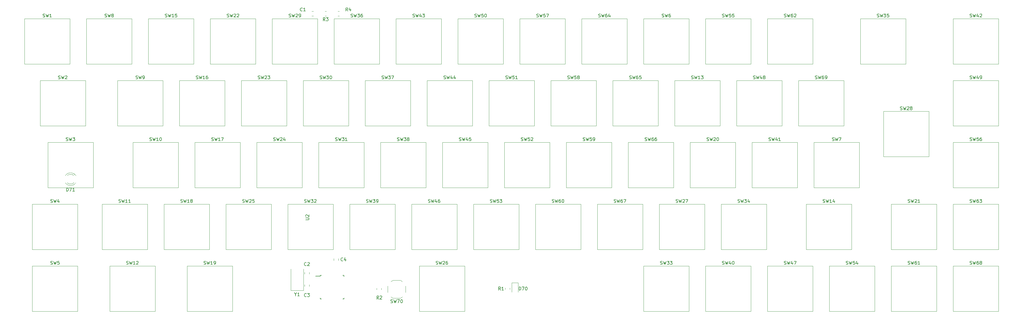
<source format=gbr>
%TF.GenerationSoftware,KiCad,Pcbnew,(6.0.4)*%
%TF.CreationDate,2022-03-24T02:10:14+00:00*%
%TF.ProjectId,kbd,6b62642e-6b69-4636-9164-5f7063625858,rev?*%
%TF.SameCoordinates,Original*%
%TF.FileFunction,Legend,Top*%
%TF.FilePolarity,Positive*%
%FSLAX46Y46*%
G04 Gerber Fmt 4.6, Leading zero omitted, Abs format (unit mm)*
G04 Created by KiCad (PCBNEW (6.0.4)) date 2022-03-24 02:10:14*
%MOMM*%
%LPD*%
G01*
G04 APERTURE LIST*
%ADD10C,0.150000*%
%ADD11C,0.120000*%
G04 APERTURE END LIST*
D10*
%TO.C,SW26*%
X148479976Y-127730761D02*
X148622833Y-127778380D01*
X148860928Y-127778380D01*
X148956166Y-127730761D01*
X149003785Y-127683142D01*
X149051404Y-127587904D01*
X149051404Y-127492666D01*
X149003785Y-127397428D01*
X148956166Y-127349809D01*
X148860928Y-127302190D01*
X148670452Y-127254571D01*
X148575214Y-127206952D01*
X148527595Y-127159333D01*
X148479976Y-127064095D01*
X148479976Y-126968857D01*
X148527595Y-126873619D01*
X148575214Y-126826000D01*
X148670452Y-126778380D01*
X148908547Y-126778380D01*
X149051404Y-126826000D01*
X149384738Y-126778380D02*
X149622833Y-127778380D01*
X149813309Y-127064095D01*
X150003785Y-127778380D01*
X150241880Y-126778380D01*
X150575214Y-126873619D02*
X150622833Y-126826000D01*
X150718071Y-126778380D01*
X150956166Y-126778380D01*
X151051404Y-126826000D01*
X151099023Y-126873619D01*
X151146642Y-126968857D01*
X151146642Y-127064095D01*
X151099023Y-127206952D01*
X150527595Y-127778380D01*
X151146642Y-127778380D01*
X152003785Y-126778380D02*
X151813309Y-126778380D01*
X151718071Y-126826000D01*
X151670452Y-126873619D01*
X151575214Y-127016476D01*
X151527595Y-127206952D01*
X151527595Y-127587904D01*
X151575214Y-127683142D01*
X151622833Y-127730761D01*
X151718071Y-127778380D01*
X151908547Y-127778380D01*
X152003785Y-127730761D01*
X152051404Y-127683142D01*
X152099023Y-127587904D01*
X152099023Y-127349809D01*
X152051404Y-127254571D01*
X152003785Y-127206952D01*
X151908547Y-127159333D01*
X151718071Y-127159333D01*
X151622833Y-127206952D01*
X151575214Y-127254571D01*
X151527595Y-127349809D01*
%TO.C,SW51*%
X169915476Y-70580761D02*
X170058333Y-70628380D01*
X170296428Y-70628380D01*
X170391666Y-70580761D01*
X170439285Y-70533142D01*
X170486904Y-70437904D01*
X170486904Y-70342666D01*
X170439285Y-70247428D01*
X170391666Y-70199809D01*
X170296428Y-70152190D01*
X170105952Y-70104571D01*
X170010714Y-70056952D01*
X169963095Y-70009333D01*
X169915476Y-69914095D01*
X169915476Y-69818857D01*
X169963095Y-69723619D01*
X170010714Y-69676000D01*
X170105952Y-69628380D01*
X170344047Y-69628380D01*
X170486904Y-69676000D01*
X170820238Y-69628380D02*
X171058333Y-70628380D01*
X171248809Y-69914095D01*
X171439285Y-70628380D01*
X171677380Y-69628380D01*
X172534523Y-69628380D02*
X172058333Y-69628380D01*
X172010714Y-70104571D01*
X172058333Y-70056952D01*
X172153571Y-70009333D01*
X172391666Y-70009333D01*
X172486904Y-70056952D01*
X172534523Y-70104571D01*
X172582142Y-70199809D01*
X172582142Y-70437904D01*
X172534523Y-70533142D01*
X172486904Y-70580761D01*
X172391666Y-70628380D01*
X172153571Y-70628380D01*
X172058333Y-70580761D01*
X172010714Y-70533142D01*
X173534523Y-70628380D02*
X172963095Y-70628380D01*
X173248809Y-70628380D02*
X173248809Y-69628380D01*
X173153571Y-69771238D01*
X173058333Y-69866476D01*
X172963095Y-69914095D01*
%TO.C,U2*%
X108377380Y-114011904D02*
X109186904Y-114011904D01*
X109282142Y-113964285D01*
X109329761Y-113916666D01*
X109377380Y-113821428D01*
X109377380Y-113630952D01*
X109329761Y-113535714D01*
X109282142Y-113488095D01*
X109186904Y-113440476D01*
X108377380Y-113440476D01*
X108472619Y-113011904D02*
X108425000Y-112964285D01*
X108377380Y-112869047D01*
X108377380Y-112630952D01*
X108425000Y-112535714D01*
X108472619Y-112488095D01*
X108567857Y-112440476D01*
X108663095Y-112440476D01*
X108805952Y-112488095D01*
X109377380Y-113059523D01*
X109377380Y-112440476D01*
%TO.C,SW68*%
X312787976Y-127730761D02*
X312930833Y-127778380D01*
X313168928Y-127778380D01*
X313264166Y-127730761D01*
X313311785Y-127683142D01*
X313359404Y-127587904D01*
X313359404Y-127492666D01*
X313311785Y-127397428D01*
X313264166Y-127349809D01*
X313168928Y-127302190D01*
X312978452Y-127254571D01*
X312883214Y-127206952D01*
X312835595Y-127159333D01*
X312787976Y-127064095D01*
X312787976Y-126968857D01*
X312835595Y-126873619D01*
X312883214Y-126826000D01*
X312978452Y-126778380D01*
X313216547Y-126778380D01*
X313359404Y-126826000D01*
X313692738Y-126778380D02*
X313930833Y-127778380D01*
X314121309Y-127064095D01*
X314311785Y-127778380D01*
X314549880Y-126778380D01*
X315359404Y-126778380D02*
X315168928Y-126778380D01*
X315073690Y-126826000D01*
X315026071Y-126873619D01*
X314930833Y-127016476D01*
X314883214Y-127206952D01*
X314883214Y-127587904D01*
X314930833Y-127683142D01*
X314978452Y-127730761D01*
X315073690Y-127778380D01*
X315264166Y-127778380D01*
X315359404Y-127730761D01*
X315407023Y-127683142D01*
X315454642Y-127587904D01*
X315454642Y-127349809D01*
X315407023Y-127254571D01*
X315359404Y-127206952D01*
X315264166Y-127159333D01*
X315073690Y-127159333D01*
X314978452Y-127206952D01*
X314930833Y-127254571D01*
X314883214Y-127349809D01*
X316026071Y-127206952D02*
X315930833Y-127159333D01*
X315883214Y-127111714D01*
X315835595Y-127016476D01*
X315835595Y-126968857D01*
X315883214Y-126873619D01*
X315930833Y-126826000D01*
X316026071Y-126778380D01*
X316216547Y-126778380D01*
X316311785Y-126826000D01*
X316359404Y-126873619D01*
X316407023Y-126968857D01*
X316407023Y-127016476D01*
X316359404Y-127111714D01*
X316311785Y-127159333D01*
X316216547Y-127206952D01*
X316026071Y-127206952D01*
X315930833Y-127254571D01*
X315883214Y-127302190D01*
X315835595Y-127397428D01*
X315835595Y-127587904D01*
X315883214Y-127683142D01*
X315930833Y-127730761D01*
X316026071Y-127778380D01*
X316216547Y-127778380D01*
X316311785Y-127730761D01*
X316359404Y-127683142D01*
X316407023Y-127587904D01*
X316407023Y-127397428D01*
X316359404Y-127302190D01*
X316311785Y-127254571D01*
X316216547Y-127206952D01*
%TO.C,SW66*%
X212778076Y-89630761D02*
X212920933Y-89678380D01*
X213159028Y-89678380D01*
X213254266Y-89630761D01*
X213301885Y-89583142D01*
X213349504Y-89487904D01*
X213349504Y-89392666D01*
X213301885Y-89297428D01*
X213254266Y-89249809D01*
X213159028Y-89202190D01*
X212968552Y-89154571D01*
X212873314Y-89106952D01*
X212825695Y-89059333D01*
X212778076Y-88964095D01*
X212778076Y-88868857D01*
X212825695Y-88773619D01*
X212873314Y-88726000D01*
X212968552Y-88678380D01*
X213206647Y-88678380D01*
X213349504Y-88726000D01*
X213682838Y-88678380D02*
X213920933Y-89678380D01*
X214111409Y-88964095D01*
X214301885Y-89678380D01*
X214539980Y-88678380D01*
X215349504Y-88678380D02*
X215159028Y-88678380D01*
X215063790Y-88726000D01*
X215016171Y-88773619D01*
X214920933Y-88916476D01*
X214873314Y-89106952D01*
X214873314Y-89487904D01*
X214920933Y-89583142D01*
X214968552Y-89630761D01*
X215063790Y-89678380D01*
X215254266Y-89678380D01*
X215349504Y-89630761D01*
X215397123Y-89583142D01*
X215444742Y-89487904D01*
X215444742Y-89249809D01*
X215397123Y-89154571D01*
X215349504Y-89106952D01*
X215254266Y-89059333D01*
X215063790Y-89059333D01*
X214968552Y-89106952D01*
X214920933Y-89154571D01*
X214873314Y-89249809D01*
X216301885Y-88678380D02*
X216111409Y-88678380D01*
X216016171Y-88726000D01*
X215968552Y-88773619D01*
X215873314Y-88916476D01*
X215825695Y-89106952D01*
X215825695Y-89487904D01*
X215873314Y-89583142D01*
X215920933Y-89630761D01*
X216016171Y-89678380D01*
X216206647Y-89678380D01*
X216301885Y-89630761D01*
X216349504Y-89583142D01*
X216397123Y-89487904D01*
X216397123Y-89249809D01*
X216349504Y-89154571D01*
X216301885Y-89106952D01*
X216206647Y-89059333D01*
X216016171Y-89059333D01*
X215920933Y-89106952D01*
X215873314Y-89154571D01*
X215825695Y-89249809D01*
%TO.C,SW6*%
X218016666Y-51530761D02*
X218159523Y-51578380D01*
X218397619Y-51578380D01*
X218492857Y-51530761D01*
X218540476Y-51483142D01*
X218588095Y-51387904D01*
X218588095Y-51292666D01*
X218540476Y-51197428D01*
X218492857Y-51149809D01*
X218397619Y-51102190D01*
X218207142Y-51054571D01*
X218111904Y-51006952D01*
X218064285Y-50959333D01*
X218016666Y-50864095D01*
X218016666Y-50768857D01*
X218064285Y-50673619D01*
X218111904Y-50626000D01*
X218207142Y-50578380D01*
X218445238Y-50578380D01*
X218588095Y-50626000D01*
X218921428Y-50578380D02*
X219159523Y-51578380D01*
X219350000Y-50864095D01*
X219540476Y-51578380D01*
X219778571Y-50578380D01*
X220588095Y-50578380D02*
X220397619Y-50578380D01*
X220302380Y-50626000D01*
X220254761Y-50673619D01*
X220159523Y-50816476D01*
X220111904Y-51006952D01*
X220111904Y-51387904D01*
X220159523Y-51483142D01*
X220207142Y-51530761D01*
X220302380Y-51578380D01*
X220492857Y-51578380D01*
X220588095Y-51530761D01*
X220635714Y-51483142D01*
X220683333Y-51387904D01*
X220683333Y-51149809D01*
X220635714Y-51054571D01*
X220588095Y-51006952D01*
X220492857Y-50959333D01*
X220302380Y-50959333D01*
X220207142Y-51006952D01*
X220159523Y-51054571D01*
X220111904Y-51149809D01*
%TO.C,SW59*%
X193728076Y-89630761D02*
X193870933Y-89678380D01*
X194109028Y-89678380D01*
X194204266Y-89630761D01*
X194251885Y-89583142D01*
X194299504Y-89487904D01*
X194299504Y-89392666D01*
X194251885Y-89297428D01*
X194204266Y-89249809D01*
X194109028Y-89202190D01*
X193918552Y-89154571D01*
X193823314Y-89106952D01*
X193775695Y-89059333D01*
X193728076Y-88964095D01*
X193728076Y-88868857D01*
X193775695Y-88773619D01*
X193823314Y-88726000D01*
X193918552Y-88678380D01*
X194156647Y-88678380D01*
X194299504Y-88726000D01*
X194632838Y-88678380D02*
X194870933Y-89678380D01*
X195061409Y-88964095D01*
X195251885Y-89678380D01*
X195489980Y-88678380D01*
X196347123Y-88678380D02*
X195870933Y-88678380D01*
X195823314Y-89154571D01*
X195870933Y-89106952D01*
X195966171Y-89059333D01*
X196204266Y-89059333D01*
X196299504Y-89106952D01*
X196347123Y-89154571D01*
X196394742Y-89249809D01*
X196394742Y-89487904D01*
X196347123Y-89583142D01*
X196299504Y-89630761D01*
X196204266Y-89678380D01*
X195966171Y-89678380D01*
X195870933Y-89630761D01*
X195823314Y-89583142D01*
X196870933Y-89678380D02*
X197061409Y-89678380D01*
X197156647Y-89630761D01*
X197204266Y-89583142D01*
X197299504Y-89440285D01*
X197347123Y-89249809D01*
X197347123Y-88868857D01*
X197299504Y-88773619D01*
X197251885Y-88726000D01*
X197156647Y-88678380D01*
X196966171Y-88678380D01*
X196870933Y-88726000D01*
X196823314Y-88773619D01*
X196775695Y-88868857D01*
X196775695Y-89106952D01*
X196823314Y-89202190D01*
X196870933Y-89249809D01*
X196966171Y-89297428D01*
X197156647Y-89297428D01*
X197251885Y-89249809D01*
X197299504Y-89202190D01*
X197347123Y-89106952D01*
%TO.C,SW32*%
X108003076Y-108680761D02*
X108145933Y-108728380D01*
X108384028Y-108728380D01*
X108479266Y-108680761D01*
X108526885Y-108633142D01*
X108574504Y-108537904D01*
X108574504Y-108442666D01*
X108526885Y-108347428D01*
X108479266Y-108299809D01*
X108384028Y-108252190D01*
X108193552Y-108204571D01*
X108098314Y-108156952D01*
X108050695Y-108109333D01*
X108003076Y-108014095D01*
X108003076Y-107918857D01*
X108050695Y-107823619D01*
X108098314Y-107776000D01*
X108193552Y-107728380D01*
X108431647Y-107728380D01*
X108574504Y-107776000D01*
X108907838Y-107728380D02*
X109145933Y-108728380D01*
X109336409Y-108014095D01*
X109526885Y-108728380D01*
X109764980Y-107728380D01*
X110050695Y-107728380D02*
X110669742Y-107728380D01*
X110336409Y-108109333D01*
X110479266Y-108109333D01*
X110574504Y-108156952D01*
X110622123Y-108204571D01*
X110669742Y-108299809D01*
X110669742Y-108537904D01*
X110622123Y-108633142D01*
X110574504Y-108680761D01*
X110479266Y-108728380D01*
X110193552Y-108728380D01*
X110098314Y-108680761D01*
X110050695Y-108633142D01*
X111050695Y-107823619D02*
X111098314Y-107776000D01*
X111193552Y-107728380D01*
X111431647Y-107728380D01*
X111526885Y-107776000D01*
X111574504Y-107823619D01*
X111622123Y-107918857D01*
X111622123Y-108014095D01*
X111574504Y-108156952D01*
X111003076Y-108728380D01*
X111622123Y-108728380D01*
%TO.C,SW23*%
X93715476Y-70580761D02*
X93858333Y-70628380D01*
X94096428Y-70628380D01*
X94191666Y-70580761D01*
X94239285Y-70533142D01*
X94286904Y-70437904D01*
X94286904Y-70342666D01*
X94239285Y-70247428D01*
X94191666Y-70199809D01*
X94096428Y-70152190D01*
X93905952Y-70104571D01*
X93810714Y-70056952D01*
X93763095Y-70009333D01*
X93715476Y-69914095D01*
X93715476Y-69818857D01*
X93763095Y-69723619D01*
X93810714Y-69676000D01*
X93905952Y-69628380D01*
X94144047Y-69628380D01*
X94286904Y-69676000D01*
X94620238Y-69628380D02*
X94858333Y-70628380D01*
X95048809Y-69914095D01*
X95239285Y-70628380D01*
X95477380Y-69628380D01*
X95810714Y-69723619D02*
X95858333Y-69676000D01*
X95953571Y-69628380D01*
X96191666Y-69628380D01*
X96286904Y-69676000D01*
X96334523Y-69723619D01*
X96382142Y-69818857D01*
X96382142Y-69914095D01*
X96334523Y-70056952D01*
X95763095Y-70628380D01*
X96382142Y-70628380D01*
X96715476Y-69628380D02*
X97334523Y-69628380D01*
X97001190Y-70009333D01*
X97144047Y-70009333D01*
X97239285Y-70056952D01*
X97286904Y-70104571D01*
X97334523Y-70199809D01*
X97334523Y-70437904D01*
X97286904Y-70533142D01*
X97239285Y-70580761D01*
X97144047Y-70628380D01*
X96858333Y-70628380D01*
X96763095Y-70580761D01*
X96715476Y-70533142D01*
%TO.C,D71*%
X34778114Y-105202380D02*
X34778114Y-104202380D01*
X35016209Y-104202380D01*
X35159066Y-104250000D01*
X35254304Y-104345238D01*
X35301923Y-104440476D01*
X35349542Y-104630952D01*
X35349542Y-104773809D01*
X35301923Y-104964285D01*
X35254304Y-105059523D01*
X35159066Y-105154761D01*
X35016209Y-105202380D01*
X34778114Y-105202380D01*
X35682876Y-104202380D02*
X36349542Y-104202380D01*
X35920971Y-105202380D01*
X37254304Y-105202380D02*
X36682876Y-105202380D01*
X36968590Y-105202380D02*
X36968590Y-104202380D01*
X36873352Y-104345238D01*
X36778114Y-104440476D01*
X36682876Y-104488095D01*
%TO.C,SW8*%
X46566666Y-51530761D02*
X46709523Y-51578380D01*
X46947619Y-51578380D01*
X47042857Y-51530761D01*
X47090476Y-51483142D01*
X47138095Y-51387904D01*
X47138095Y-51292666D01*
X47090476Y-51197428D01*
X47042857Y-51149809D01*
X46947619Y-51102190D01*
X46757142Y-51054571D01*
X46661904Y-51006952D01*
X46614285Y-50959333D01*
X46566666Y-50864095D01*
X46566666Y-50768857D01*
X46614285Y-50673619D01*
X46661904Y-50626000D01*
X46757142Y-50578380D01*
X46995238Y-50578380D01*
X47138095Y-50626000D01*
X47471428Y-50578380D02*
X47709523Y-51578380D01*
X47900000Y-50864095D01*
X48090476Y-51578380D01*
X48328571Y-50578380D01*
X48852380Y-51006952D02*
X48757142Y-50959333D01*
X48709523Y-50911714D01*
X48661904Y-50816476D01*
X48661904Y-50768857D01*
X48709523Y-50673619D01*
X48757142Y-50626000D01*
X48852380Y-50578380D01*
X49042857Y-50578380D01*
X49138095Y-50626000D01*
X49185714Y-50673619D01*
X49233333Y-50768857D01*
X49233333Y-50816476D01*
X49185714Y-50911714D01*
X49138095Y-50959333D01*
X49042857Y-51006952D01*
X48852380Y-51006952D01*
X48757142Y-51054571D01*
X48709523Y-51102190D01*
X48661904Y-51197428D01*
X48661904Y-51387904D01*
X48709523Y-51483142D01*
X48757142Y-51530761D01*
X48852380Y-51578380D01*
X49042857Y-51578380D01*
X49138095Y-51530761D01*
X49185714Y-51483142D01*
X49233333Y-51387904D01*
X49233333Y-51197428D01*
X49185714Y-51102190D01*
X49138095Y-51054571D01*
X49042857Y-51006952D01*
%TO.C,SW53*%
X165153076Y-108680761D02*
X165295933Y-108728380D01*
X165534028Y-108728380D01*
X165629266Y-108680761D01*
X165676885Y-108633142D01*
X165724504Y-108537904D01*
X165724504Y-108442666D01*
X165676885Y-108347428D01*
X165629266Y-108299809D01*
X165534028Y-108252190D01*
X165343552Y-108204571D01*
X165248314Y-108156952D01*
X165200695Y-108109333D01*
X165153076Y-108014095D01*
X165153076Y-107918857D01*
X165200695Y-107823619D01*
X165248314Y-107776000D01*
X165343552Y-107728380D01*
X165581647Y-107728380D01*
X165724504Y-107776000D01*
X166057838Y-107728380D02*
X166295933Y-108728380D01*
X166486409Y-108014095D01*
X166676885Y-108728380D01*
X166914980Y-107728380D01*
X167772123Y-107728380D02*
X167295933Y-107728380D01*
X167248314Y-108204571D01*
X167295933Y-108156952D01*
X167391171Y-108109333D01*
X167629266Y-108109333D01*
X167724504Y-108156952D01*
X167772123Y-108204571D01*
X167819742Y-108299809D01*
X167819742Y-108537904D01*
X167772123Y-108633142D01*
X167724504Y-108680761D01*
X167629266Y-108728380D01*
X167391171Y-108728380D01*
X167295933Y-108680761D01*
X167248314Y-108633142D01*
X168153076Y-107728380D02*
X168772123Y-107728380D01*
X168438790Y-108109333D01*
X168581647Y-108109333D01*
X168676885Y-108156952D01*
X168724504Y-108204571D01*
X168772123Y-108299809D01*
X168772123Y-108537904D01*
X168724504Y-108633142D01*
X168676885Y-108680761D01*
X168581647Y-108728380D01*
X168295933Y-108728380D01*
X168200695Y-108680761D01*
X168153076Y-108633142D01*
%TO.C,Y1*%
X105273809Y-136976190D02*
X105273809Y-137452380D01*
X104940476Y-136452380D02*
X105273809Y-136976190D01*
X105607142Y-136452380D01*
X106464285Y-137452380D02*
X105892857Y-137452380D01*
X106178571Y-137452380D02*
X106178571Y-136452380D01*
X106083333Y-136595238D01*
X105988095Y-136690476D01*
X105892857Y-136738095D01*
%TO.C,R4*%
X121333333Y-49702380D02*
X121000000Y-49226190D01*
X120761904Y-49702380D02*
X120761904Y-48702380D01*
X121142857Y-48702380D01*
X121238095Y-48750000D01*
X121285714Y-48797619D01*
X121333333Y-48892857D01*
X121333333Y-49035714D01*
X121285714Y-49130952D01*
X121238095Y-49178571D01*
X121142857Y-49226190D01*
X120761904Y-49226190D01*
X122190476Y-49035714D02*
X122190476Y-49702380D01*
X121952380Y-48654761D02*
X121714285Y-49369047D01*
X122333333Y-49369047D01*
%TO.C,SW27*%
X222303076Y-108680761D02*
X222445933Y-108728380D01*
X222684028Y-108728380D01*
X222779266Y-108680761D01*
X222826885Y-108633142D01*
X222874504Y-108537904D01*
X222874504Y-108442666D01*
X222826885Y-108347428D01*
X222779266Y-108299809D01*
X222684028Y-108252190D01*
X222493552Y-108204571D01*
X222398314Y-108156952D01*
X222350695Y-108109333D01*
X222303076Y-108014095D01*
X222303076Y-107918857D01*
X222350695Y-107823619D01*
X222398314Y-107776000D01*
X222493552Y-107728380D01*
X222731647Y-107728380D01*
X222874504Y-107776000D01*
X223207838Y-107728380D02*
X223445933Y-108728380D01*
X223636409Y-108014095D01*
X223826885Y-108728380D01*
X224064980Y-107728380D01*
X224398314Y-107823619D02*
X224445933Y-107776000D01*
X224541171Y-107728380D01*
X224779266Y-107728380D01*
X224874504Y-107776000D01*
X224922123Y-107823619D01*
X224969742Y-107918857D01*
X224969742Y-108014095D01*
X224922123Y-108156952D01*
X224350695Y-108728380D01*
X224969742Y-108728380D01*
X225303076Y-107728380D02*
X225969742Y-107728380D01*
X225541171Y-108728380D01*
%TO.C,SW36*%
X122290476Y-51530761D02*
X122433333Y-51578380D01*
X122671428Y-51578380D01*
X122766666Y-51530761D01*
X122814285Y-51483142D01*
X122861904Y-51387904D01*
X122861904Y-51292666D01*
X122814285Y-51197428D01*
X122766666Y-51149809D01*
X122671428Y-51102190D01*
X122480952Y-51054571D01*
X122385714Y-51006952D01*
X122338095Y-50959333D01*
X122290476Y-50864095D01*
X122290476Y-50768857D01*
X122338095Y-50673619D01*
X122385714Y-50626000D01*
X122480952Y-50578380D01*
X122719047Y-50578380D01*
X122861904Y-50626000D01*
X123195238Y-50578380D02*
X123433333Y-51578380D01*
X123623809Y-50864095D01*
X123814285Y-51578380D01*
X124052380Y-50578380D01*
X124338095Y-50578380D02*
X124957142Y-50578380D01*
X124623809Y-50959333D01*
X124766666Y-50959333D01*
X124861904Y-51006952D01*
X124909523Y-51054571D01*
X124957142Y-51149809D01*
X124957142Y-51387904D01*
X124909523Y-51483142D01*
X124861904Y-51530761D01*
X124766666Y-51578380D01*
X124480952Y-51578380D01*
X124385714Y-51530761D01*
X124338095Y-51483142D01*
X125814285Y-50578380D02*
X125623809Y-50578380D01*
X125528571Y-50626000D01*
X125480952Y-50673619D01*
X125385714Y-50816476D01*
X125338095Y-51006952D01*
X125338095Y-51387904D01*
X125385714Y-51483142D01*
X125433333Y-51530761D01*
X125528571Y-51578380D01*
X125719047Y-51578380D01*
X125814285Y-51530761D01*
X125861904Y-51483142D01*
X125909523Y-51387904D01*
X125909523Y-51149809D01*
X125861904Y-51054571D01*
X125814285Y-51006952D01*
X125719047Y-50959333D01*
X125528571Y-50959333D01*
X125433333Y-51006952D01*
X125385714Y-51054571D01*
X125338095Y-51149809D01*
%TO.C,C1*%
X107333333Y-49607142D02*
X107285714Y-49654761D01*
X107142857Y-49702380D01*
X107047619Y-49702380D01*
X106904761Y-49654761D01*
X106809523Y-49559523D01*
X106761904Y-49464285D01*
X106714285Y-49273809D01*
X106714285Y-49130952D01*
X106761904Y-48940476D01*
X106809523Y-48845238D01*
X106904761Y-48750000D01*
X107047619Y-48702380D01*
X107142857Y-48702380D01*
X107285714Y-48750000D01*
X107333333Y-48797619D01*
X108285714Y-49702380D02*
X107714285Y-49702380D01*
X108000000Y-49702380D02*
X108000000Y-48702380D01*
X107904761Y-48845238D01*
X107809523Y-48940476D01*
X107714285Y-48988095D01*
%TO.C,SW47*%
X255637976Y-127730761D02*
X255780833Y-127778380D01*
X256018928Y-127778380D01*
X256114166Y-127730761D01*
X256161785Y-127683142D01*
X256209404Y-127587904D01*
X256209404Y-127492666D01*
X256161785Y-127397428D01*
X256114166Y-127349809D01*
X256018928Y-127302190D01*
X255828452Y-127254571D01*
X255733214Y-127206952D01*
X255685595Y-127159333D01*
X255637976Y-127064095D01*
X255637976Y-126968857D01*
X255685595Y-126873619D01*
X255733214Y-126826000D01*
X255828452Y-126778380D01*
X256066547Y-126778380D01*
X256209404Y-126826000D01*
X256542738Y-126778380D02*
X256780833Y-127778380D01*
X256971309Y-127064095D01*
X257161785Y-127778380D01*
X257399880Y-126778380D01*
X258209404Y-127111714D02*
X258209404Y-127778380D01*
X257971309Y-126730761D02*
X257733214Y-127445047D01*
X258352261Y-127445047D01*
X258637976Y-126778380D02*
X259304642Y-126778380D01*
X258876071Y-127778380D01*
%TO.C,SW39*%
X127053076Y-108680761D02*
X127195933Y-108728380D01*
X127434028Y-108728380D01*
X127529266Y-108680761D01*
X127576885Y-108633142D01*
X127624504Y-108537904D01*
X127624504Y-108442666D01*
X127576885Y-108347428D01*
X127529266Y-108299809D01*
X127434028Y-108252190D01*
X127243552Y-108204571D01*
X127148314Y-108156952D01*
X127100695Y-108109333D01*
X127053076Y-108014095D01*
X127053076Y-107918857D01*
X127100695Y-107823619D01*
X127148314Y-107776000D01*
X127243552Y-107728380D01*
X127481647Y-107728380D01*
X127624504Y-107776000D01*
X127957838Y-107728380D02*
X128195933Y-108728380D01*
X128386409Y-108014095D01*
X128576885Y-108728380D01*
X128814980Y-107728380D01*
X129100695Y-107728380D02*
X129719742Y-107728380D01*
X129386409Y-108109333D01*
X129529266Y-108109333D01*
X129624504Y-108156952D01*
X129672123Y-108204571D01*
X129719742Y-108299809D01*
X129719742Y-108537904D01*
X129672123Y-108633142D01*
X129624504Y-108680761D01*
X129529266Y-108728380D01*
X129243552Y-108728380D01*
X129148314Y-108680761D01*
X129100695Y-108633142D01*
X130195933Y-108728380D02*
X130386409Y-108728380D01*
X130481647Y-108680761D01*
X130529266Y-108633142D01*
X130624504Y-108490285D01*
X130672123Y-108299809D01*
X130672123Y-107918857D01*
X130624504Y-107823619D01*
X130576885Y-107776000D01*
X130481647Y-107728380D01*
X130291171Y-107728380D01*
X130195933Y-107776000D01*
X130148314Y-107823619D01*
X130100695Y-107918857D01*
X130100695Y-108156952D01*
X130148314Y-108252190D01*
X130195933Y-108299809D01*
X130291171Y-108347428D01*
X130481647Y-108347428D01*
X130576885Y-108299809D01*
X130624504Y-108252190D01*
X130672123Y-108156952D01*
%TO.C,SW5*%
X29897966Y-127730761D02*
X30040823Y-127778380D01*
X30278919Y-127778380D01*
X30374157Y-127730761D01*
X30421776Y-127683142D01*
X30469395Y-127587904D01*
X30469395Y-127492666D01*
X30421776Y-127397428D01*
X30374157Y-127349809D01*
X30278919Y-127302190D01*
X30088442Y-127254571D01*
X29993204Y-127206952D01*
X29945585Y-127159333D01*
X29897966Y-127064095D01*
X29897966Y-126968857D01*
X29945585Y-126873619D01*
X29993204Y-126826000D01*
X30088442Y-126778380D01*
X30326538Y-126778380D01*
X30469395Y-126826000D01*
X30802728Y-126778380D02*
X31040823Y-127778380D01*
X31231300Y-127064095D01*
X31421776Y-127778380D01*
X31659871Y-126778380D01*
X32517014Y-126778380D02*
X32040823Y-126778380D01*
X31993204Y-127254571D01*
X32040823Y-127206952D01*
X32136061Y-127159333D01*
X32374157Y-127159333D01*
X32469395Y-127206952D01*
X32517014Y-127254571D01*
X32564633Y-127349809D01*
X32564633Y-127587904D01*
X32517014Y-127683142D01*
X32469395Y-127730761D01*
X32374157Y-127778380D01*
X32136061Y-127778380D01*
X32040823Y-127730761D01*
X31993204Y-127683142D01*
%TO.C,SW18*%
X69903076Y-108680761D02*
X70045933Y-108728380D01*
X70284028Y-108728380D01*
X70379266Y-108680761D01*
X70426885Y-108633142D01*
X70474504Y-108537904D01*
X70474504Y-108442666D01*
X70426885Y-108347428D01*
X70379266Y-108299809D01*
X70284028Y-108252190D01*
X70093552Y-108204571D01*
X69998314Y-108156952D01*
X69950695Y-108109333D01*
X69903076Y-108014095D01*
X69903076Y-107918857D01*
X69950695Y-107823619D01*
X69998314Y-107776000D01*
X70093552Y-107728380D01*
X70331647Y-107728380D01*
X70474504Y-107776000D01*
X70807838Y-107728380D02*
X71045933Y-108728380D01*
X71236409Y-108014095D01*
X71426885Y-108728380D01*
X71664980Y-107728380D01*
X72569742Y-108728380D02*
X71998314Y-108728380D01*
X72284028Y-108728380D02*
X72284028Y-107728380D01*
X72188790Y-107871238D01*
X72093552Y-107966476D01*
X71998314Y-108014095D01*
X73141171Y-108156952D02*
X73045933Y-108109333D01*
X72998314Y-108061714D01*
X72950695Y-107966476D01*
X72950695Y-107918857D01*
X72998314Y-107823619D01*
X73045933Y-107776000D01*
X73141171Y-107728380D01*
X73331647Y-107728380D01*
X73426885Y-107776000D01*
X73474504Y-107823619D01*
X73522123Y-107918857D01*
X73522123Y-107966476D01*
X73474504Y-108061714D01*
X73426885Y-108109333D01*
X73331647Y-108156952D01*
X73141171Y-108156952D01*
X73045933Y-108204571D01*
X72998314Y-108252190D01*
X72950695Y-108347428D01*
X72950695Y-108537904D01*
X72998314Y-108633142D01*
X73045933Y-108680761D01*
X73141171Y-108728380D01*
X73331647Y-108728380D01*
X73426885Y-108680761D01*
X73474504Y-108633142D01*
X73522123Y-108537904D01*
X73522123Y-108347428D01*
X73474504Y-108252190D01*
X73426885Y-108204571D01*
X73331647Y-108156952D01*
%TO.C,SW1*%
X27516666Y-51530761D02*
X27659523Y-51578380D01*
X27897619Y-51578380D01*
X27992857Y-51530761D01*
X28040476Y-51483142D01*
X28088095Y-51387904D01*
X28088095Y-51292666D01*
X28040476Y-51197428D01*
X27992857Y-51149809D01*
X27897619Y-51102190D01*
X27707142Y-51054571D01*
X27611904Y-51006952D01*
X27564285Y-50959333D01*
X27516666Y-50864095D01*
X27516666Y-50768857D01*
X27564285Y-50673619D01*
X27611904Y-50626000D01*
X27707142Y-50578380D01*
X27945238Y-50578380D01*
X28088095Y-50626000D01*
X28421428Y-50578380D02*
X28659523Y-51578380D01*
X28850000Y-50864095D01*
X29040476Y-51578380D01*
X29278571Y-50578380D01*
X30183333Y-51578380D02*
X29611904Y-51578380D01*
X29897619Y-51578380D02*
X29897619Y-50578380D01*
X29802380Y-50721238D01*
X29707142Y-50816476D01*
X29611904Y-50864095D01*
%TO.C,SW3*%
X34659066Y-89630761D02*
X34801923Y-89678380D01*
X35040019Y-89678380D01*
X35135257Y-89630761D01*
X35182876Y-89583142D01*
X35230495Y-89487904D01*
X35230495Y-89392666D01*
X35182876Y-89297428D01*
X35135257Y-89249809D01*
X35040019Y-89202190D01*
X34849542Y-89154571D01*
X34754304Y-89106952D01*
X34706685Y-89059333D01*
X34659066Y-88964095D01*
X34659066Y-88868857D01*
X34706685Y-88773619D01*
X34754304Y-88726000D01*
X34849542Y-88678380D01*
X35087638Y-88678380D01*
X35230495Y-88726000D01*
X35563828Y-88678380D02*
X35801923Y-89678380D01*
X35992400Y-88964095D01*
X36182876Y-89678380D01*
X36420971Y-88678380D01*
X36706685Y-88678380D02*
X37325733Y-88678380D01*
X36992400Y-89059333D01*
X37135257Y-89059333D01*
X37230495Y-89106952D01*
X37278114Y-89154571D01*
X37325733Y-89249809D01*
X37325733Y-89487904D01*
X37278114Y-89583142D01*
X37230495Y-89630761D01*
X37135257Y-89678380D01*
X36849542Y-89678380D01*
X36754304Y-89630761D01*
X36706685Y-89583142D01*
%TO.C,SW55*%
X236590476Y-51530761D02*
X236733333Y-51578380D01*
X236971428Y-51578380D01*
X237066666Y-51530761D01*
X237114285Y-51483142D01*
X237161904Y-51387904D01*
X237161904Y-51292666D01*
X237114285Y-51197428D01*
X237066666Y-51149809D01*
X236971428Y-51102190D01*
X236780952Y-51054571D01*
X236685714Y-51006952D01*
X236638095Y-50959333D01*
X236590476Y-50864095D01*
X236590476Y-50768857D01*
X236638095Y-50673619D01*
X236685714Y-50626000D01*
X236780952Y-50578380D01*
X237019047Y-50578380D01*
X237161904Y-50626000D01*
X237495238Y-50578380D02*
X237733333Y-51578380D01*
X237923809Y-50864095D01*
X238114285Y-51578380D01*
X238352380Y-50578380D01*
X239209523Y-50578380D02*
X238733333Y-50578380D01*
X238685714Y-51054571D01*
X238733333Y-51006952D01*
X238828571Y-50959333D01*
X239066666Y-50959333D01*
X239161904Y-51006952D01*
X239209523Y-51054571D01*
X239257142Y-51149809D01*
X239257142Y-51387904D01*
X239209523Y-51483142D01*
X239161904Y-51530761D01*
X239066666Y-51578380D01*
X238828571Y-51578380D01*
X238733333Y-51530761D01*
X238685714Y-51483142D01*
X240161904Y-50578380D02*
X239685714Y-50578380D01*
X239638095Y-51054571D01*
X239685714Y-51006952D01*
X239780952Y-50959333D01*
X240019047Y-50959333D01*
X240114285Y-51006952D01*
X240161904Y-51054571D01*
X240209523Y-51149809D01*
X240209523Y-51387904D01*
X240161904Y-51483142D01*
X240114285Y-51530761D01*
X240019047Y-51578380D01*
X239780952Y-51578380D01*
X239685714Y-51530761D01*
X239638095Y-51483142D01*
%TO.C,SW35*%
X284215476Y-51530761D02*
X284358333Y-51578380D01*
X284596428Y-51578380D01*
X284691666Y-51530761D01*
X284739285Y-51483142D01*
X284786904Y-51387904D01*
X284786904Y-51292666D01*
X284739285Y-51197428D01*
X284691666Y-51149809D01*
X284596428Y-51102190D01*
X284405952Y-51054571D01*
X284310714Y-51006952D01*
X284263095Y-50959333D01*
X284215476Y-50864095D01*
X284215476Y-50768857D01*
X284263095Y-50673619D01*
X284310714Y-50626000D01*
X284405952Y-50578380D01*
X284644047Y-50578380D01*
X284786904Y-50626000D01*
X285120238Y-50578380D02*
X285358333Y-51578380D01*
X285548809Y-50864095D01*
X285739285Y-51578380D01*
X285977380Y-50578380D01*
X286263095Y-50578380D02*
X286882142Y-50578380D01*
X286548809Y-50959333D01*
X286691666Y-50959333D01*
X286786904Y-51006952D01*
X286834523Y-51054571D01*
X286882142Y-51149809D01*
X286882142Y-51387904D01*
X286834523Y-51483142D01*
X286786904Y-51530761D01*
X286691666Y-51578380D01*
X286405952Y-51578380D01*
X286310714Y-51530761D01*
X286263095Y-51483142D01*
X287786904Y-50578380D02*
X287310714Y-50578380D01*
X287263095Y-51054571D01*
X287310714Y-51006952D01*
X287405952Y-50959333D01*
X287644047Y-50959333D01*
X287739285Y-51006952D01*
X287786904Y-51054571D01*
X287834523Y-51149809D01*
X287834523Y-51387904D01*
X287786904Y-51483142D01*
X287739285Y-51530761D01*
X287644047Y-51578380D01*
X287405952Y-51578380D01*
X287310714Y-51530761D01*
X287263095Y-51483142D01*
%TO.C,SW70*%
X134540476Y-139554761D02*
X134683333Y-139602380D01*
X134921428Y-139602380D01*
X135016666Y-139554761D01*
X135064285Y-139507142D01*
X135111904Y-139411904D01*
X135111904Y-139316666D01*
X135064285Y-139221428D01*
X135016666Y-139173809D01*
X134921428Y-139126190D01*
X134730952Y-139078571D01*
X134635714Y-139030952D01*
X134588095Y-138983333D01*
X134540476Y-138888095D01*
X134540476Y-138792857D01*
X134588095Y-138697619D01*
X134635714Y-138650000D01*
X134730952Y-138602380D01*
X134969047Y-138602380D01*
X135111904Y-138650000D01*
X135445238Y-138602380D02*
X135683333Y-139602380D01*
X135873809Y-138888095D01*
X136064285Y-139602380D01*
X136302380Y-138602380D01*
X136588095Y-138602380D02*
X137254761Y-138602380D01*
X136826190Y-139602380D01*
X137826190Y-138602380D02*
X137921428Y-138602380D01*
X138016666Y-138650000D01*
X138064285Y-138697619D01*
X138111904Y-138792857D01*
X138159523Y-138983333D01*
X138159523Y-139221428D01*
X138111904Y-139411904D01*
X138064285Y-139507142D01*
X138016666Y-139554761D01*
X137921428Y-139602380D01*
X137826190Y-139602380D01*
X137730952Y-139554761D01*
X137683333Y-139507142D01*
X137635714Y-139411904D01*
X137588095Y-139221428D01*
X137588095Y-138983333D01*
X137635714Y-138792857D01*
X137683333Y-138697619D01*
X137730952Y-138650000D01*
X137826190Y-138602380D01*
%TO.C,SW41*%
X250878076Y-89630761D02*
X251020933Y-89678380D01*
X251259028Y-89678380D01*
X251354266Y-89630761D01*
X251401885Y-89583142D01*
X251449504Y-89487904D01*
X251449504Y-89392666D01*
X251401885Y-89297428D01*
X251354266Y-89249809D01*
X251259028Y-89202190D01*
X251068552Y-89154571D01*
X250973314Y-89106952D01*
X250925695Y-89059333D01*
X250878076Y-88964095D01*
X250878076Y-88868857D01*
X250925695Y-88773619D01*
X250973314Y-88726000D01*
X251068552Y-88678380D01*
X251306647Y-88678380D01*
X251449504Y-88726000D01*
X251782838Y-88678380D02*
X252020933Y-89678380D01*
X252211409Y-88964095D01*
X252401885Y-89678380D01*
X252639980Y-88678380D01*
X253449504Y-89011714D02*
X253449504Y-89678380D01*
X253211409Y-88630761D02*
X252973314Y-89345047D01*
X253592361Y-89345047D01*
X254497123Y-89678380D02*
X253925695Y-89678380D01*
X254211409Y-89678380D02*
X254211409Y-88678380D01*
X254116171Y-88821238D01*
X254020933Y-88916476D01*
X253925695Y-88964095D01*
%TO.C,SW54*%
X274687976Y-127730761D02*
X274830833Y-127778380D01*
X275068928Y-127778380D01*
X275164166Y-127730761D01*
X275211785Y-127683142D01*
X275259404Y-127587904D01*
X275259404Y-127492666D01*
X275211785Y-127397428D01*
X275164166Y-127349809D01*
X275068928Y-127302190D01*
X274878452Y-127254571D01*
X274783214Y-127206952D01*
X274735595Y-127159333D01*
X274687976Y-127064095D01*
X274687976Y-126968857D01*
X274735595Y-126873619D01*
X274783214Y-126826000D01*
X274878452Y-126778380D01*
X275116547Y-126778380D01*
X275259404Y-126826000D01*
X275592738Y-126778380D02*
X275830833Y-127778380D01*
X276021309Y-127064095D01*
X276211785Y-127778380D01*
X276449880Y-126778380D01*
X277307023Y-126778380D02*
X276830833Y-126778380D01*
X276783214Y-127254571D01*
X276830833Y-127206952D01*
X276926071Y-127159333D01*
X277164166Y-127159333D01*
X277259404Y-127206952D01*
X277307023Y-127254571D01*
X277354642Y-127349809D01*
X277354642Y-127587904D01*
X277307023Y-127683142D01*
X277259404Y-127730761D01*
X277164166Y-127778380D01*
X276926071Y-127778380D01*
X276830833Y-127730761D01*
X276783214Y-127683142D01*
X278211785Y-127111714D02*
X278211785Y-127778380D01*
X277973690Y-126730761D02*
X277735595Y-127445047D01*
X278354642Y-127445047D01*
%TO.C,SW13*%
X227065476Y-70580761D02*
X227208333Y-70628380D01*
X227446428Y-70628380D01*
X227541666Y-70580761D01*
X227589285Y-70533142D01*
X227636904Y-70437904D01*
X227636904Y-70342666D01*
X227589285Y-70247428D01*
X227541666Y-70199809D01*
X227446428Y-70152190D01*
X227255952Y-70104571D01*
X227160714Y-70056952D01*
X227113095Y-70009333D01*
X227065476Y-69914095D01*
X227065476Y-69818857D01*
X227113095Y-69723619D01*
X227160714Y-69676000D01*
X227255952Y-69628380D01*
X227494047Y-69628380D01*
X227636904Y-69676000D01*
X227970238Y-69628380D02*
X228208333Y-70628380D01*
X228398809Y-69914095D01*
X228589285Y-70628380D01*
X228827380Y-69628380D01*
X229732142Y-70628380D02*
X229160714Y-70628380D01*
X229446428Y-70628380D02*
X229446428Y-69628380D01*
X229351190Y-69771238D01*
X229255952Y-69866476D01*
X229160714Y-69914095D01*
X230065476Y-69628380D02*
X230684523Y-69628380D01*
X230351190Y-70009333D01*
X230494047Y-70009333D01*
X230589285Y-70056952D01*
X230636904Y-70104571D01*
X230684523Y-70199809D01*
X230684523Y-70437904D01*
X230636904Y-70533142D01*
X230589285Y-70580761D01*
X230494047Y-70628380D01*
X230208333Y-70628380D01*
X230113095Y-70580761D01*
X230065476Y-70533142D01*
%TO.C,SW63*%
X312787976Y-108680761D02*
X312930833Y-108728380D01*
X313168928Y-108728380D01*
X313264166Y-108680761D01*
X313311785Y-108633142D01*
X313359404Y-108537904D01*
X313359404Y-108442666D01*
X313311785Y-108347428D01*
X313264166Y-108299809D01*
X313168928Y-108252190D01*
X312978452Y-108204571D01*
X312883214Y-108156952D01*
X312835595Y-108109333D01*
X312787976Y-108014095D01*
X312787976Y-107918857D01*
X312835595Y-107823619D01*
X312883214Y-107776000D01*
X312978452Y-107728380D01*
X313216547Y-107728380D01*
X313359404Y-107776000D01*
X313692738Y-107728380D02*
X313930833Y-108728380D01*
X314121309Y-108014095D01*
X314311785Y-108728380D01*
X314549880Y-107728380D01*
X315359404Y-107728380D02*
X315168928Y-107728380D01*
X315073690Y-107776000D01*
X315026071Y-107823619D01*
X314930833Y-107966476D01*
X314883214Y-108156952D01*
X314883214Y-108537904D01*
X314930833Y-108633142D01*
X314978452Y-108680761D01*
X315073690Y-108728380D01*
X315264166Y-108728380D01*
X315359404Y-108680761D01*
X315407023Y-108633142D01*
X315454642Y-108537904D01*
X315454642Y-108299809D01*
X315407023Y-108204571D01*
X315359404Y-108156952D01*
X315264166Y-108109333D01*
X315073690Y-108109333D01*
X314978452Y-108156952D01*
X314930833Y-108204571D01*
X314883214Y-108299809D01*
X315787976Y-107728380D02*
X316407023Y-107728380D01*
X316073690Y-108109333D01*
X316216547Y-108109333D01*
X316311785Y-108156952D01*
X316359404Y-108204571D01*
X316407023Y-108299809D01*
X316407023Y-108537904D01*
X316359404Y-108633142D01*
X316311785Y-108680761D01*
X316216547Y-108728380D01*
X315930833Y-108728380D01*
X315835595Y-108680761D01*
X315787976Y-108633142D01*
%TO.C,SW44*%
X150865476Y-70580761D02*
X151008333Y-70628380D01*
X151246428Y-70628380D01*
X151341666Y-70580761D01*
X151389285Y-70533142D01*
X151436904Y-70437904D01*
X151436904Y-70342666D01*
X151389285Y-70247428D01*
X151341666Y-70199809D01*
X151246428Y-70152190D01*
X151055952Y-70104571D01*
X150960714Y-70056952D01*
X150913095Y-70009333D01*
X150865476Y-69914095D01*
X150865476Y-69818857D01*
X150913095Y-69723619D01*
X150960714Y-69676000D01*
X151055952Y-69628380D01*
X151294047Y-69628380D01*
X151436904Y-69676000D01*
X151770238Y-69628380D02*
X152008333Y-70628380D01*
X152198809Y-69914095D01*
X152389285Y-70628380D01*
X152627380Y-69628380D01*
X153436904Y-69961714D02*
X153436904Y-70628380D01*
X153198809Y-69580761D02*
X152960714Y-70295047D01*
X153579761Y-70295047D01*
X154389285Y-69961714D02*
X154389285Y-70628380D01*
X154151190Y-69580761D02*
X153913095Y-70295047D01*
X154532142Y-70295047D01*
%TO.C,SW16*%
X74665476Y-70580761D02*
X74808333Y-70628380D01*
X75046428Y-70628380D01*
X75141666Y-70580761D01*
X75189285Y-70533142D01*
X75236904Y-70437904D01*
X75236904Y-70342666D01*
X75189285Y-70247428D01*
X75141666Y-70199809D01*
X75046428Y-70152190D01*
X74855952Y-70104571D01*
X74760714Y-70056952D01*
X74713095Y-70009333D01*
X74665476Y-69914095D01*
X74665476Y-69818857D01*
X74713095Y-69723619D01*
X74760714Y-69676000D01*
X74855952Y-69628380D01*
X75094047Y-69628380D01*
X75236904Y-69676000D01*
X75570238Y-69628380D02*
X75808333Y-70628380D01*
X75998809Y-69914095D01*
X76189285Y-70628380D01*
X76427380Y-69628380D01*
X77332142Y-70628380D02*
X76760714Y-70628380D01*
X77046428Y-70628380D02*
X77046428Y-69628380D01*
X76951190Y-69771238D01*
X76855952Y-69866476D01*
X76760714Y-69914095D01*
X78189285Y-69628380D02*
X77998809Y-69628380D01*
X77903571Y-69676000D01*
X77855952Y-69723619D01*
X77760714Y-69866476D01*
X77713095Y-70056952D01*
X77713095Y-70437904D01*
X77760714Y-70533142D01*
X77808333Y-70580761D01*
X77903571Y-70628380D01*
X78094047Y-70628380D01*
X78189285Y-70580761D01*
X78236904Y-70533142D01*
X78284523Y-70437904D01*
X78284523Y-70199809D01*
X78236904Y-70104571D01*
X78189285Y-70056952D01*
X78094047Y-70009333D01*
X77903571Y-70009333D01*
X77808333Y-70056952D01*
X77760714Y-70104571D01*
X77713095Y-70199809D01*
%TO.C,SW12*%
X53232876Y-127730761D02*
X53375733Y-127778380D01*
X53613828Y-127778380D01*
X53709066Y-127730761D01*
X53756685Y-127683142D01*
X53804304Y-127587904D01*
X53804304Y-127492666D01*
X53756685Y-127397428D01*
X53709066Y-127349809D01*
X53613828Y-127302190D01*
X53423352Y-127254571D01*
X53328114Y-127206952D01*
X53280495Y-127159333D01*
X53232876Y-127064095D01*
X53232876Y-126968857D01*
X53280495Y-126873619D01*
X53328114Y-126826000D01*
X53423352Y-126778380D01*
X53661447Y-126778380D01*
X53804304Y-126826000D01*
X54137638Y-126778380D02*
X54375733Y-127778380D01*
X54566209Y-127064095D01*
X54756685Y-127778380D01*
X54994780Y-126778380D01*
X55899542Y-127778380D02*
X55328114Y-127778380D01*
X55613828Y-127778380D02*
X55613828Y-126778380D01*
X55518590Y-126921238D01*
X55423352Y-127016476D01*
X55328114Y-127064095D01*
X56280495Y-126873619D02*
X56328114Y-126826000D01*
X56423352Y-126778380D01*
X56661447Y-126778380D01*
X56756685Y-126826000D01*
X56804304Y-126873619D01*
X56851923Y-126968857D01*
X56851923Y-127064095D01*
X56804304Y-127206952D01*
X56232876Y-127778380D01*
X56851923Y-127778380D01*
%TO.C,SW17*%
X79428076Y-89630761D02*
X79570933Y-89678380D01*
X79809028Y-89678380D01*
X79904266Y-89630761D01*
X79951885Y-89583142D01*
X79999504Y-89487904D01*
X79999504Y-89392666D01*
X79951885Y-89297428D01*
X79904266Y-89249809D01*
X79809028Y-89202190D01*
X79618552Y-89154571D01*
X79523314Y-89106952D01*
X79475695Y-89059333D01*
X79428076Y-88964095D01*
X79428076Y-88868857D01*
X79475695Y-88773619D01*
X79523314Y-88726000D01*
X79618552Y-88678380D01*
X79856647Y-88678380D01*
X79999504Y-88726000D01*
X80332838Y-88678380D02*
X80570933Y-89678380D01*
X80761409Y-88964095D01*
X80951885Y-89678380D01*
X81189980Y-88678380D01*
X82094742Y-89678380D02*
X81523314Y-89678380D01*
X81809028Y-89678380D02*
X81809028Y-88678380D01*
X81713790Y-88821238D01*
X81618552Y-88916476D01*
X81523314Y-88964095D01*
X82428076Y-88678380D02*
X83094742Y-88678380D01*
X82666171Y-89678380D01*
%TO.C,SW19*%
X77043976Y-127730761D02*
X77186833Y-127778380D01*
X77424928Y-127778380D01*
X77520166Y-127730761D01*
X77567785Y-127683142D01*
X77615404Y-127587904D01*
X77615404Y-127492666D01*
X77567785Y-127397428D01*
X77520166Y-127349809D01*
X77424928Y-127302190D01*
X77234452Y-127254571D01*
X77139214Y-127206952D01*
X77091595Y-127159333D01*
X77043976Y-127064095D01*
X77043976Y-126968857D01*
X77091595Y-126873619D01*
X77139214Y-126826000D01*
X77234452Y-126778380D01*
X77472547Y-126778380D01*
X77615404Y-126826000D01*
X77948738Y-126778380D02*
X78186833Y-127778380D01*
X78377309Y-127064095D01*
X78567785Y-127778380D01*
X78805880Y-126778380D01*
X79710642Y-127778380D02*
X79139214Y-127778380D01*
X79424928Y-127778380D02*
X79424928Y-126778380D01*
X79329690Y-126921238D01*
X79234452Y-127016476D01*
X79139214Y-127064095D01*
X80186833Y-127778380D02*
X80377309Y-127778380D01*
X80472547Y-127730761D01*
X80520166Y-127683142D01*
X80615404Y-127540285D01*
X80663023Y-127349809D01*
X80663023Y-126968857D01*
X80615404Y-126873619D01*
X80567785Y-126826000D01*
X80472547Y-126778380D01*
X80282071Y-126778380D01*
X80186833Y-126826000D01*
X80139214Y-126873619D01*
X80091595Y-126968857D01*
X80091595Y-127206952D01*
X80139214Y-127302190D01*
X80186833Y-127349809D01*
X80282071Y-127397428D01*
X80472547Y-127397428D01*
X80567785Y-127349809D01*
X80615404Y-127302190D01*
X80663023Y-127206952D01*
%TO.C,SW11*%
X50853076Y-108680761D02*
X50995933Y-108728380D01*
X51234028Y-108728380D01*
X51329266Y-108680761D01*
X51376885Y-108633142D01*
X51424504Y-108537904D01*
X51424504Y-108442666D01*
X51376885Y-108347428D01*
X51329266Y-108299809D01*
X51234028Y-108252190D01*
X51043552Y-108204571D01*
X50948314Y-108156952D01*
X50900695Y-108109333D01*
X50853076Y-108014095D01*
X50853076Y-107918857D01*
X50900695Y-107823619D01*
X50948314Y-107776000D01*
X51043552Y-107728380D01*
X51281647Y-107728380D01*
X51424504Y-107776000D01*
X51757838Y-107728380D02*
X51995933Y-108728380D01*
X52186409Y-108014095D01*
X52376885Y-108728380D01*
X52614980Y-107728380D01*
X53519742Y-108728380D02*
X52948314Y-108728380D01*
X53234028Y-108728380D02*
X53234028Y-107728380D01*
X53138790Y-107871238D01*
X53043552Y-107966476D01*
X52948314Y-108014095D01*
X54472123Y-108728380D02*
X53900695Y-108728380D01*
X54186409Y-108728380D02*
X54186409Y-107728380D01*
X54091171Y-107871238D01*
X53995933Y-107966476D01*
X53900695Y-108014095D01*
%TO.C,C4*%
X119833333Y-126607142D02*
X119785714Y-126654761D01*
X119642857Y-126702380D01*
X119547619Y-126702380D01*
X119404761Y-126654761D01*
X119309523Y-126559523D01*
X119261904Y-126464285D01*
X119214285Y-126273809D01*
X119214285Y-126130952D01*
X119261904Y-125940476D01*
X119309523Y-125845238D01*
X119404761Y-125750000D01*
X119547619Y-125702380D01*
X119642857Y-125702380D01*
X119785714Y-125750000D01*
X119833333Y-125797619D01*
X120690476Y-126035714D02*
X120690476Y-126702380D01*
X120452380Y-125654761D02*
X120214285Y-126369047D01*
X120833333Y-126369047D01*
%TO.C,SW28*%
X291357476Y-80105761D02*
X291500333Y-80153380D01*
X291738428Y-80153380D01*
X291833666Y-80105761D01*
X291881285Y-80058142D01*
X291928904Y-79962904D01*
X291928904Y-79867666D01*
X291881285Y-79772428D01*
X291833666Y-79724809D01*
X291738428Y-79677190D01*
X291547952Y-79629571D01*
X291452714Y-79581952D01*
X291405095Y-79534333D01*
X291357476Y-79439095D01*
X291357476Y-79343857D01*
X291405095Y-79248619D01*
X291452714Y-79201000D01*
X291547952Y-79153380D01*
X291786047Y-79153380D01*
X291928904Y-79201000D01*
X292262238Y-79153380D02*
X292500333Y-80153380D01*
X292690809Y-79439095D01*
X292881285Y-80153380D01*
X293119380Y-79153380D01*
X293452714Y-79248619D02*
X293500333Y-79201000D01*
X293595571Y-79153380D01*
X293833666Y-79153380D01*
X293928904Y-79201000D01*
X293976523Y-79248619D01*
X294024142Y-79343857D01*
X294024142Y-79439095D01*
X293976523Y-79581952D01*
X293405095Y-80153380D01*
X294024142Y-80153380D01*
X294595571Y-79581952D02*
X294500333Y-79534333D01*
X294452714Y-79486714D01*
X294405095Y-79391476D01*
X294405095Y-79343857D01*
X294452714Y-79248619D01*
X294500333Y-79201000D01*
X294595571Y-79153380D01*
X294786047Y-79153380D01*
X294881285Y-79201000D01*
X294928904Y-79248619D01*
X294976523Y-79343857D01*
X294976523Y-79391476D01*
X294928904Y-79486714D01*
X294881285Y-79534333D01*
X294786047Y-79581952D01*
X294595571Y-79581952D01*
X294500333Y-79629571D01*
X294452714Y-79677190D01*
X294405095Y-79772428D01*
X294405095Y-79962904D01*
X294452714Y-80058142D01*
X294500333Y-80105761D01*
X294595571Y-80153380D01*
X294786047Y-80153380D01*
X294881285Y-80105761D01*
X294928904Y-80058142D01*
X294976523Y-79962904D01*
X294976523Y-79772428D01*
X294928904Y-79677190D01*
X294881285Y-79629571D01*
X294786047Y-79581952D01*
%TO.C,R1*%
X168333333Y-135702380D02*
X168000000Y-135226190D01*
X167761904Y-135702380D02*
X167761904Y-134702380D01*
X168142857Y-134702380D01*
X168238095Y-134750000D01*
X168285714Y-134797619D01*
X168333333Y-134892857D01*
X168333333Y-135035714D01*
X168285714Y-135130952D01*
X168238095Y-135178571D01*
X168142857Y-135226190D01*
X167761904Y-135226190D01*
X169285714Y-135702380D02*
X168714285Y-135702380D01*
X169000000Y-135702380D02*
X169000000Y-134702380D01*
X168904761Y-134845238D01*
X168809523Y-134940476D01*
X168714285Y-134988095D01*
%TO.C,D70*%
X174035714Y-135702380D02*
X174035714Y-134702380D01*
X174273809Y-134702380D01*
X174416666Y-134750000D01*
X174511904Y-134845238D01*
X174559523Y-134940476D01*
X174607142Y-135130952D01*
X174607142Y-135273809D01*
X174559523Y-135464285D01*
X174511904Y-135559523D01*
X174416666Y-135654761D01*
X174273809Y-135702380D01*
X174035714Y-135702380D01*
X174940476Y-134702380D02*
X175607142Y-134702380D01*
X175178571Y-135702380D01*
X176178571Y-134702380D02*
X176273809Y-134702380D01*
X176369047Y-134750000D01*
X176416666Y-134797619D01*
X176464285Y-134892857D01*
X176511904Y-135083333D01*
X176511904Y-135321428D01*
X176464285Y-135511904D01*
X176416666Y-135607142D01*
X176369047Y-135654761D01*
X176273809Y-135702380D01*
X176178571Y-135702380D01*
X176083333Y-135654761D01*
X176035714Y-135607142D01*
X175988095Y-135511904D01*
X175940476Y-135321428D01*
X175940476Y-135083333D01*
X175988095Y-134892857D01*
X176035714Y-134797619D01*
X176083333Y-134750000D01*
X176178571Y-134702380D01*
%TO.C,SW50*%
X160390476Y-51530761D02*
X160533333Y-51578380D01*
X160771428Y-51578380D01*
X160866666Y-51530761D01*
X160914285Y-51483142D01*
X160961904Y-51387904D01*
X160961904Y-51292666D01*
X160914285Y-51197428D01*
X160866666Y-51149809D01*
X160771428Y-51102190D01*
X160580952Y-51054571D01*
X160485714Y-51006952D01*
X160438095Y-50959333D01*
X160390476Y-50864095D01*
X160390476Y-50768857D01*
X160438095Y-50673619D01*
X160485714Y-50626000D01*
X160580952Y-50578380D01*
X160819047Y-50578380D01*
X160961904Y-50626000D01*
X161295238Y-50578380D02*
X161533333Y-51578380D01*
X161723809Y-50864095D01*
X161914285Y-51578380D01*
X162152380Y-50578380D01*
X163009523Y-50578380D02*
X162533333Y-50578380D01*
X162485714Y-51054571D01*
X162533333Y-51006952D01*
X162628571Y-50959333D01*
X162866666Y-50959333D01*
X162961904Y-51006952D01*
X163009523Y-51054571D01*
X163057142Y-51149809D01*
X163057142Y-51387904D01*
X163009523Y-51483142D01*
X162961904Y-51530761D01*
X162866666Y-51578380D01*
X162628571Y-51578380D01*
X162533333Y-51530761D01*
X162485714Y-51483142D01*
X163676190Y-50578380D02*
X163771428Y-50578380D01*
X163866666Y-50626000D01*
X163914285Y-50673619D01*
X163961904Y-50768857D01*
X164009523Y-50959333D01*
X164009523Y-51197428D01*
X163961904Y-51387904D01*
X163914285Y-51483142D01*
X163866666Y-51530761D01*
X163771428Y-51578380D01*
X163676190Y-51578380D01*
X163580952Y-51530761D01*
X163533333Y-51483142D01*
X163485714Y-51387904D01*
X163438095Y-51197428D01*
X163438095Y-50959333D01*
X163485714Y-50768857D01*
X163533333Y-50673619D01*
X163580952Y-50626000D01*
X163676190Y-50578380D01*
%TO.C,SW42*%
X312787976Y-51530761D02*
X312930833Y-51578380D01*
X313168928Y-51578380D01*
X313264166Y-51530761D01*
X313311785Y-51483142D01*
X313359404Y-51387904D01*
X313359404Y-51292666D01*
X313311785Y-51197428D01*
X313264166Y-51149809D01*
X313168928Y-51102190D01*
X312978452Y-51054571D01*
X312883214Y-51006952D01*
X312835595Y-50959333D01*
X312787976Y-50864095D01*
X312787976Y-50768857D01*
X312835595Y-50673619D01*
X312883214Y-50626000D01*
X312978452Y-50578380D01*
X313216547Y-50578380D01*
X313359404Y-50626000D01*
X313692738Y-50578380D02*
X313930833Y-51578380D01*
X314121309Y-50864095D01*
X314311785Y-51578380D01*
X314549880Y-50578380D01*
X315359404Y-50911714D02*
X315359404Y-51578380D01*
X315121309Y-50530761D02*
X314883214Y-51245047D01*
X315502261Y-51245047D01*
X315835595Y-50673619D02*
X315883214Y-50626000D01*
X315978452Y-50578380D01*
X316216547Y-50578380D01*
X316311785Y-50626000D01*
X316359404Y-50673619D01*
X316407023Y-50768857D01*
X316407023Y-50864095D01*
X316359404Y-51006952D01*
X315787976Y-51578380D01*
X316407023Y-51578380D01*
%TO.C,SW60*%
X184203076Y-108680761D02*
X184345933Y-108728380D01*
X184584028Y-108728380D01*
X184679266Y-108680761D01*
X184726885Y-108633142D01*
X184774504Y-108537904D01*
X184774504Y-108442666D01*
X184726885Y-108347428D01*
X184679266Y-108299809D01*
X184584028Y-108252190D01*
X184393552Y-108204571D01*
X184298314Y-108156952D01*
X184250695Y-108109333D01*
X184203076Y-108014095D01*
X184203076Y-107918857D01*
X184250695Y-107823619D01*
X184298314Y-107776000D01*
X184393552Y-107728380D01*
X184631647Y-107728380D01*
X184774504Y-107776000D01*
X185107838Y-107728380D02*
X185345933Y-108728380D01*
X185536409Y-108014095D01*
X185726885Y-108728380D01*
X185964980Y-107728380D01*
X186774504Y-107728380D02*
X186584028Y-107728380D01*
X186488790Y-107776000D01*
X186441171Y-107823619D01*
X186345933Y-107966476D01*
X186298314Y-108156952D01*
X186298314Y-108537904D01*
X186345933Y-108633142D01*
X186393552Y-108680761D01*
X186488790Y-108728380D01*
X186679266Y-108728380D01*
X186774504Y-108680761D01*
X186822123Y-108633142D01*
X186869742Y-108537904D01*
X186869742Y-108299809D01*
X186822123Y-108204571D01*
X186774504Y-108156952D01*
X186679266Y-108109333D01*
X186488790Y-108109333D01*
X186393552Y-108156952D01*
X186345933Y-108204571D01*
X186298314Y-108299809D01*
X187488790Y-107728380D02*
X187584028Y-107728380D01*
X187679266Y-107776000D01*
X187726885Y-107823619D01*
X187774504Y-107918857D01*
X187822123Y-108109333D01*
X187822123Y-108347428D01*
X187774504Y-108537904D01*
X187726885Y-108633142D01*
X187679266Y-108680761D01*
X187584028Y-108728380D01*
X187488790Y-108728380D01*
X187393552Y-108680761D01*
X187345933Y-108633142D01*
X187298314Y-108537904D01*
X187250695Y-108347428D01*
X187250695Y-108109333D01*
X187298314Y-107918857D01*
X187345933Y-107823619D01*
X187393552Y-107776000D01*
X187488790Y-107728380D01*
%TO.C,SW24*%
X98478076Y-89630761D02*
X98620933Y-89678380D01*
X98859028Y-89678380D01*
X98954266Y-89630761D01*
X99001885Y-89583142D01*
X99049504Y-89487904D01*
X99049504Y-89392666D01*
X99001885Y-89297428D01*
X98954266Y-89249809D01*
X98859028Y-89202190D01*
X98668552Y-89154571D01*
X98573314Y-89106952D01*
X98525695Y-89059333D01*
X98478076Y-88964095D01*
X98478076Y-88868857D01*
X98525695Y-88773619D01*
X98573314Y-88726000D01*
X98668552Y-88678380D01*
X98906647Y-88678380D01*
X99049504Y-88726000D01*
X99382838Y-88678380D02*
X99620933Y-89678380D01*
X99811409Y-88964095D01*
X100001885Y-89678380D01*
X100239980Y-88678380D01*
X100573314Y-88773619D02*
X100620933Y-88726000D01*
X100716171Y-88678380D01*
X100954266Y-88678380D01*
X101049504Y-88726000D01*
X101097123Y-88773619D01*
X101144742Y-88868857D01*
X101144742Y-88964095D01*
X101097123Y-89106952D01*
X100525695Y-89678380D01*
X101144742Y-89678380D01*
X102001885Y-89011714D02*
X102001885Y-89678380D01*
X101763790Y-88630761D02*
X101525695Y-89345047D01*
X102144742Y-89345047D01*
%TO.C,SW45*%
X155628076Y-89630761D02*
X155770933Y-89678380D01*
X156009028Y-89678380D01*
X156104266Y-89630761D01*
X156151885Y-89583142D01*
X156199504Y-89487904D01*
X156199504Y-89392666D01*
X156151885Y-89297428D01*
X156104266Y-89249809D01*
X156009028Y-89202190D01*
X155818552Y-89154571D01*
X155723314Y-89106952D01*
X155675695Y-89059333D01*
X155628076Y-88964095D01*
X155628076Y-88868857D01*
X155675695Y-88773619D01*
X155723314Y-88726000D01*
X155818552Y-88678380D01*
X156056647Y-88678380D01*
X156199504Y-88726000D01*
X156532838Y-88678380D02*
X156770933Y-89678380D01*
X156961409Y-88964095D01*
X157151885Y-89678380D01*
X157389980Y-88678380D01*
X158199504Y-89011714D02*
X158199504Y-89678380D01*
X157961409Y-88630761D02*
X157723314Y-89345047D01*
X158342361Y-89345047D01*
X159199504Y-88678380D02*
X158723314Y-88678380D01*
X158675695Y-89154571D01*
X158723314Y-89106952D01*
X158818552Y-89059333D01*
X159056647Y-89059333D01*
X159151885Y-89106952D01*
X159199504Y-89154571D01*
X159247123Y-89249809D01*
X159247123Y-89487904D01*
X159199504Y-89583142D01*
X159151885Y-89630761D01*
X159056647Y-89678380D01*
X158818552Y-89678380D01*
X158723314Y-89630761D01*
X158675695Y-89583142D01*
%TO.C,SW37*%
X131815476Y-70580761D02*
X131958333Y-70628380D01*
X132196428Y-70628380D01*
X132291666Y-70580761D01*
X132339285Y-70533142D01*
X132386904Y-70437904D01*
X132386904Y-70342666D01*
X132339285Y-70247428D01*
X132291666Y-70199809D01*
X132196428Y-70152190D01*
X132005952Y-70104571D01*
X131910714Y-70056952D01*
X131863095Y-70009333D01*
X131815476Y-69914095D01*
X131815476Y-69818857D01*
X131863095Y-69723619D01*
X131910714Y-69676000D01*
X132005952Y-69628380D01*
X132244047Y-69628380D01*
X132386904Y-69676000D01*
X132720238Y-69628380D02*
X132958333Y-70628380D01*
X133148809Y-69914095D01*
X133339285Y-70628380D01*
X133577380Y-69628380D01*
X133863095Y-69628380D02*
X134482142Y-69628380D01*
X134148809Y-70009333D01*
X134291666Y-70009333D01*
X134386904Y-70056952D01*
X134434523Y-70104571D01*
X134482142Y-70199809D01*
X134482142Y-70437904D01*
X134434523Y-70533142D01*
X134386904Y-70580761D01*
X134291666Y-70628380D01*
X134005952Y-70628380D01*
X133910714Y-70580761D01*
X133863095Y-70533142D01*
X134815476Y-69628380D02*
X135482142Y-69628380D01*
X135053571Y-70628380D01*
%TO.C,SW49*%
X312787976Y-70580761D02*
X312930833Y-70628380D01*
X313168928Y-70628380D01*
X313264166Y-70580761D01*
X313311785Y-70533142D01*
X313359404Y-70437904D01*
X313359404Y-70342666D01*
X313311785Y-70247428D01*
X313264166Y-70199809D01*
X313168928Y-70152190D01*
X312978452Y-70104571D01*
X312883214Y-70056952D01*
X312835595Y-70009333D01*
X312787976Y-69914095D01*
X312787976Y-69818857D01*
X312835595Y-69723619D01*
X312883214Y-69676000D01*
X312978452Y-69628380D01*
X313216547Y-69628380D01*
X313359404Y-69676000D01*
X313692738Y-69628380D02*
X313930833Y-70628380D01*
X314121309Y-69914095D01*
X314311785Y-70628380D01*
X314549880Y-69628380D01*
X315359404Y-69961714D02*
X315359404Y-70628380D01*
X315121309Y-69580761D02*
X314883214Y-70295047D01*
X315502261Y-70295047D01*
X315930833Y-70628380D02*
X316121309Y-70628380D01*
X316216547Y-70580761D01*
X316264166Y-70533142D01*
X316359404Y-70390285D01*
X316407023Y-70199809D01*
X316407023Y-69818857D01*
X316359404Y-69723619D01*
X316311785Y-69676000D01*
X316216547Y-69628380D01*
X316026071Y-69628380D01*
X315930833Y-69676000D01*
X315883214Y-69723619D01*
X315835595Y-69818857D01*
X315835595Y-70056952D01*
X315883214Y-70152190D01*
X315930833Y-70199809D01*
X316026071Y-70247428D01*
X316216547Y-70247428D01*
X316311785Y-70199809D01*
X316359404Y-70152190D01*
X316407023Y-70056952D01*
%TO.C,SW29*%
X103240476Y-51530761D02*
X103383333Y-51578380D01*
X103621428Y-51578380D01*
X103716666Y-51530761D01*
X103764285Y-51483142D01*
X103811904Y-51387904D01*
X103811904Y-51292666D01*
X103764285Y-51197428D01*
X103716666Y-51149809D01*
X103621428Y-51102190D01*
X103430952Y-51054571D01*
X103335714Y-51006952D01*
X103288095Y-50959333D01*
X103240476Y-50864095D01*
X103240476Y-50768857D01*
X103288095Y-50673619D01*
X103335714Y-50626000D01*
X103430952Y-50578380D01*
X103669047Y-50578380D01*
X103811904Y-50626000D01*
X104145238Y-50578380D02*
X104383333Y-51578380D01*
X104573809Y-50864095D01*
X104764285Y-51578380D01*
X105002380Y-50578380D01*
X105335714Y-50673619D02*
X105383333Y-50626000D01*
X105478571Y-50578380D01*
X105716666Y-50578380D01*
X105811904Y-50626000D01*
X105859523Y-50673619D01*
X105907142Y-50768857D01*
X105907142Y-50864095D01*
X105859523Y-51006952D01*
X105288095Y-51578380D01*
X105907142Y-51578380D01*
X106383333Y-51578380D02*
X106573809Y-51578380D01*
X106669047Y-51530761D01*
X106716666Y-51483142D01*
X106811904Y-51340285D01*
X106859523Y-51149809D01*
X106859523Y-50768857D01*
X106811904Y-50673619D01*
X106764285Y-50626000D01*
X106669047Y-50578380D01*
X106478571Y-50578380D01*
X106383333Y-50626000D01*
X106335714Y-50673619D01*
X106288095Y-50768857D01*
X106288095Y-51006952D01*
X106335714Y-51102190D01*
X106383333Y-51149809D01*
X106478571Y-51197428D01*
X106669047Y-51197428D01*
X106764285Y-51149809D01*
X106811904Y-51102190D01*
X106859523Y-51006952D01*
%TO.C,SW10*%
X60378076Y-89630761D02*
X60520933Y-89678380D01*
X60759028Y-89678380D01*
X60854266Y-89630761D01*
X60901885Y-89583142D01*
X60949504Y-89487904D01*
X60949504Y-89392666D01*
X60901885Y-89297428D01*
X60854266Y-89249809D01*
X60759028Y-89202190D01*
X60568552Y-89154571D01*
X60473314Y-89106952D01*
X60425695Y-89059333D01*
X60378076Y-88964095D01*
X60378076Y-88868857D01*
X60425695Y-88773619D01*
X60473314Y-88726000D01*
X60568552Y-88678380D01*
X60806647Y-88678380D01*
X60949504Y-88726000D01*
X61282838Y-88678380D02*
X61520933Y-89678380D01*
X61711409Y-88964095D01*
X61901885Y-89678380D01*
X62139980Y-88678380D01*
X63044742Y-89678380D02*
X62473314Y-89678380D01*
X62759028Y-89678380D02*
X62759028Y-88678380D01*
X62663790Y-88821238D01*
X62568552Y-88916476D01*
X62473314Y-88964095D01*
X63663790Y-88678380D02*
X63759028Y-88678380D01*
X63854266Y-88726000D01*
X63901885Y-88773619D01*
X63949504Y-88868857D01*
X63997123Y-89059333D01*
X63997123Y-89297428D01*
X63949504Y-89487904D01*
X63901885Y-89583142D01*
X63854266Y-89630761D01*
X63759028Y-89678380D01*
X63663790Y-89678380D01*
X63568552Y-89630761D01*
X63520933Y-89583142D01*
X63473314Y-89487904D01*
X63425695Y-89297428D01*
X63425695Y-89059333D01*
X63473314Y-88868857D01*
X63520933Y-88773619D01*
X63568552Y-88726000D01*
X63663790Y-88678380D01*
%TO.C,SW30*%
X112765476Y-70580761D02*
X112908333Y-70628380D01*
X113146428Y-70628380D01*
X113241666Y-70580761D01*
X113289285Y-70533142D01*
X113336904Y-70437904D01*
X113336904Y-70342666D01*
X113289285Y-70247428D01*
X113241666Y-70199809D01*
X113146428Y-70152190D01*
X112955952Y-70104571D01*
X112860714Y-70056952D01*
X112813095Y-70009333D01*
X112765476Y-69914095D01*
X112765476Y-69818857D01*
X112813095Y-69723619D01*
X112860714Y-69676000D01*
X112955952Y-69628380D01*
X113194047Y-69628380D01*
X113336904Y-69676000D01*
X113670238Y-69628380D02*
X113908333Y-70628380D01*
X114098809Y-69914095D01*
X114289285Y-70628380D01*
X114527380Y-69628380D01*
X114813095Y-69628380D02*
X115432142Y-69628380D01*
X115098809Y-70009333D01*
X115241666Y-70009333D01*
X115336904Y-70056952D01*
X115384523Y-70104571D01*
X115432142Y-70199809D01*
X115432142Y-70437904D01*
X115384523Y-70533142D01*
X115336904Y-70580761D01*
X115241666Y-70628380D01*
X114955952Y-70628380D01*
X114860714Y-70580761D01*
X114813095Y-70533142D01*
X116051190Y-69628380D02*
X116146428Y-69628380D01*
X116241666Y-69676000D01*
X116289285Y-69723619D01*
X116336904Y-69818857D01*
X116384523Y-70009333D01*
X116384523Y-70247428D01*
X116336904Y-70437904D01*
X116289285Y-70533142D01*
X116241666Y-70580761D01*
X116146428Y-70628380D01*
X116051190Y-70628380D01*
X115955952Y-70580761D01*
X115908333Y-70533142D01*
X115860714Y-70437904D01*
X115813095Y-70247428D01*
X115813095Y-70009333D01*
X115860714Y-69818857D01*
X115908333Y-69723619D01*
X115955952Y-69676000D01*
X116051190Y-69628380D01*
%TO.C,SW15*%
X65140476Y-51530761D02*
X65283333Y-51578380D01*
X65521428Y-51578380D01*
X65616666Y-51530761D01*
X65664285Y-51483142D01*
X65711904Y-51387904D01*
X65711904Y-51292666D01*
X65664285Y-51197428D01*
X65616666Y-51149809D01*
X65521428Y-51102190D01*
X65330952Y-51054571D01*
X65235714Y-51006952D01*
X65188095Y-50959333D01*
X65140476Y-50864095D01*
X65140476Y-50768857D01*
X65188095Y-50673619D01*
X65235714Y-50626000D01*
X65330952Y-50578380D01*
X65569047Y-50578380D01*
X65711904Y-50626000D01*
X66045238Y-50578380D02*
X66283333Y-51578380D01*
X66473809Y-50864095D01*
X66664285Y-51578380D01*
X66902380Y-50578380D01*
X67807142Y-51578380D02*
X67235714Y-51578380D01*
X67521428Y-51578380D02*
X67521428Y-50578380D01*
X67426190Y-50721238D01*
X67330952Y-50816476D01*
X67235714Y-50864095D01*
X68711904Y-50578380D02*
X68235714Y-50578380D01*
X68188095Y-51054571D01*
X68235714Y-51006952D01*
X68330952Y-50959333D01*
X68569047Y-50959333D01*
X68664285Y-51006952D01*
X68711904Y-51054571D01*
X68759523Y-51149809D01*
X68759523Y-51387904D01*
X68711904Y-51483142D01*
X68664285Y-51530761D01*
X68569047Y-51578380D01*
X68330952Y-51578380D01*
X68235714Y-51530761D01*
X68188095Y-51483142D01*
%TO.C,SW31*%
X117528076Y-89630761D02*
X117670933Y-89678380D01*
X117909028Y-89678380D01*
X118004266Y-89630761D01*
X118051885Y-89583142D01*
X118099504Y-89487904D01*
X118099504Y-89392666D01*
X118051885Y-89297428D01*
X118004266Y-89249809D01*
X117909028Y-89202190D01*
X117718552Y-89154571D01*
X117623314Y-89106952D01*
X117575695Y-89059333D01*
X117528076Y-88964095D01*
X117528076Y-88868857D01*
X117575695Y-88773619D01*
X117623314Y-88726000D01*
X117718552Y-88678380D01*
X117956647Y-88678380D01*
X118099504Y-88726000D01*
X118432838Y-88678380D02*
X118670933Y-89678380D01*
X118861409Y-88964095D01*
X119051885Y-89678380D01*
X119289980Y-88678380D01*
X119575695Y-88678380D02*
X120194742Y-88678380D01*
X119861409Y-89059333D01*
X120004266Y-89059333D01*
X120099504Y-89106952D01*
X120147123Y-89154571D01*
X120194742Y-89249809D01*
X120194742Y-89487904D01*
X120147123Y-89583142D01*
X120099504Y-89630761D01*
X120004266Y-89678380D01*
X119718552Y-89678380D01*
X119623314Y-89630761D01*
X119575695Y-89583142D01*
X121147123Y-89678380D02*
X120575695Y-89678380D01*
X120861409Y-89678380D02*
X120861409Y-88678380D01*
X120766171Y-88821238D01*
X120670933Y-88916476D01*
X120575695Y-88964095D01*
%TO.C,SW4*%
X29897966Y-108680761D02*
X30040823Y-108728380D01*
X30278919Y-108728380D01*
X30374157Y-108680761D01*
X30421776Y-108633142D01*
X30469395Y-108537904D01*
X30469395Y-108442666D01*
X30421776Y-108347428D01*
X30374157Y-108299809D01*
X30278919Y-108252190D01*
X30088442Y-108204571D01*
X29993204Y-108156952D01*
X29945585Y-108109333D01*
X29897966Y-108014095D01*
X29897966Y-107918857D01*
X29945585Y-107823619D01*
X29993204Y-107776000D01*
X30088442Y-107728380D01*
X30326538Y-107728380D01*
X30469395Y-107776000D01*
X30802728Y-107728380D02*
X31040823Y-108728380D01*
X31231300Y-108014095D01*
X31421776Y-108728380D01*
X31659871Y-107728380D01*
X32469395Y-108061714D02*
X32469395Y-108728380D01*
X32231300Y-107680761D02*
X31993204Y-108395047D01*
X32612252Y-108395047D01*
%TO.C,SW61*%
X293737976Y-127730761D02*
X293880833Y-127778380D01*
X294118928Y-127778380D01*
X294214166Y-127730761D01*
X294261785Y-127683142D01*
X294309404Y-127587904D01*
X294309404Y-127492666D01*
X294261785Y-127397428D01*
X294214166Y-127349809D01*
X294118928Y-127302190D01*
X293928452Y-127254571D01*
X293833214Y-127206952D01*
X293785595Y-127159333D01*
X293737976Y-127064095D01*
X293737976Y-126968857D01*
X293785595Y-126873619D01*
X293833214Y-126826000D01*
X293928452Y-126778380D01*
X294166547Y-126778380D01*
X294309404Y-126826000D01*
X294642738Y-126778380D02*
X294880833Y-127778380D01*
X295071309Y-127064095D01*
X295261785Y-127778380D01*
X295499880Y-126778380D01*
X296309404Y-126778380D02*
X296118928Y-126778380D01*
X296023690Y-126826000D01*
X295976071Y-126873619D01*
X295880833Y-127016476D01*
X295833214Y-127206952D01*
X295833214Y-127587904D01*
X295880833Y-127683142D01*
X295928452Y-127730761D01*
X296023690Y-127778380D01*
X296214166Y-127778380D01*
X296309404Y-127730761D01*
X296357023Y-127683142D01*
X296404642Y-127587904D01*
X296404642Y-127349809D01*
X296357023Y-127254571D01*
X296309404Y-127206952D01*
X296214166Y-127159333D01*
X296023690Y-127159333D01*
X295928452Y-127206952D01*
X295880833Y-127254571D01*
X295833214Y-127349809D01*
X297357023Y-127778380D02*
X296785595Y-127778380D01*
X297071309Y-127778380D02*
X297071309Y-126778380D01*
X296976071Y-126921238D01*
X296880833Y-127016476D01*
X296785595Y-127064095D01*
%TO.C,R2*%
X130833333Y-138452380D02*
X130500000Y-137976190D01*
X130261904Y-138452380D02*
X130261904Y-137452380D01*
X130642857Y-137452380D01*
X130738095Y-137500000D01*
X130785714Y-137547619D01*
X130833333Y-137642857D01*
X130833333Y-137785714D01*
X130785714Y-137880952D01*
X130738095Y-137928571D01*
X130642857Y-137976190D01*
X130261904Y-137976190D01*
X131214285Y-137547619D02*
X131261904Y-137500000D01*
X131357142Y-137452380D01*
X131595238Y-137452380D01*
X131690476Y-137500000D01*
X131738095Y-137547619D01*
X131785714Y-137642857D01*
X131785714Y-137738095D01*
X131738095Y-137880952D01*
X131166666Y-138452380D01*
X131785714Y-138452380D01*
%TO.C,SW58*%
X188965476Y-70580761D02*
X189108333Y-70628380D01*
X189346428Y-70628380D01*
X189441666Y-70580761D01*
X189489285Y-70533142D01*
X189536904Y-70437904D01*
X189536904Y-70342666D01*
X189489285Y-70247428D01*
X189441666Y-70199809D01*
X189346428Y-70152190D01*
X189155952Y-70104571D01*
X189060714Y-70056952D01*
X189013095Y-70009333D01*
X188965476Y-69914095D01*
X188965476Y-69818857D01*
X189013095Y-69723619D01*
X189060714Y-69676000D01*
X189155952Y-69628380D01*
X189394047Y-69628380D01*
X189536904Y-69676000D01*
X189870238Y-69628380D02*
X190108333Y-70628380D01*
X190298809Y-69914095D01*
X190489285Y-70628380D01*
X190727380Y-69628380D01*
X191584523Y-69628380D02*
X191108333Y-69628380D01*
X191060714Y-70104571D01*
X191108333Y-70056952D01*
X191203571Y-70009333D01*
X191441666Y-70009333D01*
X191536904Y-70056952D01*
X191584523Y-70104571D01*
X191632142Y-70199809D01*
X191632142Y-70437904D01*
X191584523Y-70533142D01*
X191536904Y-70580761D01*
X191441666Y-70628380D01*
X191203571Y-70628380D01*
X191108333Y-70580761D01*
X191060714Y-70533142D01*
X192203571Y-70056952D02*
X192108333Y-70009333D01*
X192060714Y-69961714D01*
X192013095Y-69866476D01*
X192013095Y-69818857D01*
X192060714Y-69723619D01*
X192108333Y-69676000D01*
X192203571Y-69628380D01*
X192394047Y-69628380D01*
X192489285Y-69676000D01*
X192536904Y-69723619D01*
X192584523Y-69818857D01*
X192584523Y-69866476D01*
X192536904Y-69961714D01*
X192489285Y-70009333D01*
X192394047Y-70056952D01*
X192203571Y-70056952D01*
X192108333Y-70104571D01*
X192060714Y-70152190D01*
X192013095Y-70247428D01*
X192013095Y-70437904D01*
X192060714Y-70533142D01*
X192108333Y-70580761D01*
X192203571Y-70628380D01*
X192394047Y-70628380D01*
X192489285Y-70580761D01*
X192536904Y-70533142D01*
X192584523Y-70437904D01*
X192584523Y-70247428D01*
X192536904Y-70152190D01*
X192489285Y-70104571D01*
X192394047Y-70056952D01*
%TO.C,C3*%
X108583333Y-137607142D02*
X108535714Y-137654761D01*
X108392857Y-137702380D01*
X108297619Y-137702380D01*
X108154761Y-137654761D01*
X108059523Y-137559523D01*
X108011904Y-137464285D01*
X107964285Y-137273809D01*
X107964285Y-137130952D01*
X108011904Y-136940476D01*
X108059523Y-136845238D01*
X108154761Y-136750000D01*
X108297619Y-136702380D01*
X108392857Y-136702380D01*
X108535714Y-136750000D01*
X108583333Y-136797619D01*
X108916666Y-136702380D02*
X109535714Y-136702380D01*
X109202380Y-137083333D01*
X109345238Y-137083333D01*
X109440476Y-137130952D01*
X109488095Y-137178571D01*
X109535714Y-137273809D01*
X109535714Y-137511904D01*
X109488095Y-137607142D01*
X109440476Y-137654761D01*
X109345238Y-137702380D01*
X109059523Y-137702380D01*
X108964285Y-137654761D01*
X108916666Y-137607142D01*
%TO.C,SW40*%
X236587976Y-127730761D02*
X236730833Y-127778380D01*
X236968928Y-127778380D01*
X237064166Y-127730761D01*
X237111785Y-127683142D01*
X237159404Y-127587904D01*
X237159404Y-127492666D01*
X237111785Y-127397428D01*
X237064166Y-127349809D01*
X236968928Y-127302190D01*
X236778452Y-127254571D01*
X236683214Y-127206952D01*
X236635595Y-127159333D01*
X236587976Y-127064095D01*
X236587976Y-126968857D01*
X236635595Y-126873619D01*
X236683214Y-126826000D01*
X236778452Y-126778380D01*
X237016547Y-126778380D01*
X237159404Y-126826000D01*
X237492738Y-126778380D02*
X237730833Y-127778380D01*
X237921309Y-127064095D01*
X238111785Y-127778380D01*
X238349880Y-126778380D01*
X239159404Y-127111714D02*
X239159404Y-127778380D01*
X238921309Y-126730761D02*
X238683214Y-127445047D01*
X239302261Y-127445047D01*
X239873690Y-126778380D02*
X239968928Y-126778380D01*
X240064166Y-126826000D01*
X240111785Y-126873619D01*
X240159404Y-126968857D01*
X240207023Y-127159333D01*
X240207023Y-127397428D01*
X240159404Y-127587904D01*
X240111785Y-127683142D01*
X240064166Y-127730761D01*
X239968928Y-127778380D01*
X239873690Y-127778380D01*
X239778452Y-127730761D01*
X239730833Y-127683142D01*
X239683214Y-127587904D01*
X239635595Y-127397428D01*
X239635595Y-127159333D01*
X239683214Y-126968857D01*
X239730833Y-126873619D01*
X239778452Y-126826000D01*
X239873690Y-126778380D01*
%TO.C,SW21*%
X293741076Y-108680761D02*
X293883933Y-108728380D01*
X294122028Y-108728380D01*
X294217266Y-108680761D01*
X294264885Y-108633142D01*
X294312504Y-108537904D01*
X294312504Y-108442666D01*
X294264885Y-108347428D01*
X294217266Y-108299809D01*
X294122028Y-108252190D01*
X293931552Y-108204571D01*
X293836314Y-108156952D01*
X293788695Y-108109333D01*
X293741076Y-108014095D01*
X293741076Y-107918857D01*
X293788695Y-107823619D01*
X293836314Y-107776000D01*
X293931552Y-107728380D01*
X294169647Y-107728380D01*
X294312504Y-107776000D01*
X294645838Y-107728380D02*
X294883933Y-108728380D01*
X295074409Y-108014095D01*
X295264885Y-108728380D01*
X295502980Y-107728380D01*
X295836314Y-107823619D02*
X295883933Y-107776000D01*
X295979171Y-107728380D01*
X296217266Y-107728380D01*
X296312504Y-107776000D01*
X296360123Y-107823619D01*
X296407742Y-107918857D01*
X296407742Y-108014095D01*
X296360123Y-108156952D01*
X295788695Y-108728380D01*
X296407742Y-108728380D01*
X297360123Y-108728380D02*
X296788695Y-108728380D01*
X297074409Y-108728380D02*
X297074409Y-107728380D01*
X296979171Y-107871238D01*
X296883933Y-107966476D01*
X296788695Y-108014095D01*
%TO.C,SW56*%
X312787976Y-89630761D02*
X312930833Y-89678380D01*
X313168928Y-89678380D01*
X313264166Y-89630761D01*
X313311785Y-89583142D01*
X313359404Y-89487904D01*
X313359404Y-89392666D01*
X313311785Y-89297428D01*
X313264166Y-89249809D01*
X313168928Y-89202190D01*
X312978452Y-89154571D01*
X312883214Y-89106952D01*
X312835595Y-89059333D01*
X312787976Y-88964095D01*
X312787976Y-88868857D01*
X312835595Y-88773619D01*
X312883214Y-88726000D01*
X312978452Y-88678380D01*
X313216547Y-88678380D01*
X313359404Y-88726000D01*
X313692738Y-88678380D02*
X313930833Y-89678380D01*
X314121309Y-88964095D01*
X314311785Y-89678380D01*
X314549880Y-88678380D01*
X315407023Y-88678380D02*
X314930833Y-88678380D01*
X314883214Y-89154571D01*
X314930833Y-89106952D01*
X315026071Y-89059333D01*
X315264166Y-89059333D01*
X315359404Y-89106952D01*
X315407023Y-89154571D01*
X315454642Y-89249809D01*
X315454642Y-89487904D01*
X315407023Y-89583142D01*
X315359404Y-89630761D01*
X315264166Y-89678380D01*
X315026071Y-89678380D01*
X314930833Y-89630761D01*
X314883214Y-89583142D01*
X316311785Y-88678380D02*
X316121309Y-88678380D01*
X316026071Y-88726000D01*
X315978452Y-88773619D01*
X315883214Y-88916476D01*
X315835595Y-89106952D01*
X315835595Y-89487904D01*
X315883214Y-89583142D01*
X315930833Y-89630761D01*
X316026071Y-89678380D01*
X316216547Y-89678380D01*
X316311785Y-89630761D01*
X316359404Y-89583142D01*
X316407023Y-89487904D01*
X316407023Y-89249809D01*
X316359404Y-89154571D01*
X316311785Y-89106952D01*
X316216547Y-89059333D01*
X316026071Y-89059333D01*
X315930833Y-89106952D01*
X315883214Y-89154571D01*
X315835595Y-89249809D01*
%TO.C,SW69*%
X265165476Y-70580761D02*
X265308333Y-70628380D01*
X265546428Y-70628380D01*
X265641666Y-70580761D01*
X265689285Y-70533142D01*
X265736904Y-70437904D01*
X265736904Y-70342666D01*
X265689285Y-70247428D01*
X265641666Y-70199809D01*
X265546428Y-70152190D01*
X265355952Y-70104571D01*
X265260714Y-70056952D01*
X265213095Y-70009333D01*
X265165476Y-69914095D01*
X265165476Y-69818857D01*
X265213095Y-69723619D01*
X265260714Y-69676000D01*
X265355952Y-69628380D01*
X265594047Y-69628380D01*
X265736904Y-69676000D01*
X266070238Y-69628380D02*
X266308333Y-70628380D01*
X266498809Y-69914095D01*
X266689285Y-70628380D01*
X266927380Y-69628380D01*
X267736904Y-69628380D02*
X267546428Y-69628380D01*
X267451190Y-69676000D01*
X267403571Y-69723619D01*
X267308333Y-69866476D01*
X267260714Y-70056952D01*
X267260714Y-70437904D01*
X267308333Y-70533142D01*
X267355952Y-70580761D01*
X267451190Y-70628380D01*
X267641666Y-70628380D01*
X267736904Y-70580761D01*
X267784523Y-70533142D01*
X267832142Y-70437904D01*
X267832142Y-70199809D01*
X267784523Y-70104571D01*
X267736904Y-70056952D01*
X267641666Y-70009333D01*
X267451190Y-70009333D01*
X267355952Y-70056952D01*
X267308333Y-70104571D01*
X267260714Y-70199809D01*
X268308333Y-70628380D02*
X268498809Y-70628380D01*
X268594047Y-70580761D01*
X268641666Y-70533142D01*
X268736904Y-70390285D01*
X268784523Y-70199809D01*
X268784523Y-69818857D01*
X268736904Y-69723619D01*
X268689285Y-69676000D01*
X268594047Y-69628380D01*
X268403571Y-69628380D01*
X268308333Y-69676000D01*
X268260714Y-69723619D01*
X268213095Y-69818857D01*
X268213095Y-70056952D01*
X268260714Y-70152190D01*
X268308333Y-70199809D01*
X268403571Y-70247428D01*
X268594047Y-70247428D01*
X268689285Y-70199809D01*
X268736904Y-70152190D01*
X268784523Y-70056952D01*
%TO.C,SW48*%
X246115476Y-70580761D02*
X246258333Y-70628380D01*
X246496428Y-70628380D01*
X246591666Y-70580761D01*
X246639285Y-70533142D01*
X246686904Y-70437904D01*
X246686904Y-70342666D01*
X246639285Y-70247428D01*
X246591666Y-70199809D01*
X246496428Y-70152190D01*
X246305952Y-70104571D01*
X246210714Y-70056952D01*
X246163095Y-70009333D01*
X246115476Y-69914095D01*
X246115476Y-69818857D01*
X246163095Y-69723619D01*
X246210714Y-69676000D01*
X246305952Y-69628380D01*
X246544047Y-69628380D01*
X246686904Y-69676000D01*
X247020238Y-69628380D02*
X247258333Y-70628380D01*
X247448809Y-69914095D01*
X247639285Y-70628380D01*
X247877380Y-69628380D01*
X248686904Y-69961714D02*
X248686904Y-70628380D01*
X248448809Y-69580761D02*
X248210714Y-70295047D01*
X248829761Y-70295047D01*
X249353571Y-70056952D02*
X249258333Y-70009333D01*
X249210714Y-69961714D01*
X249163095Y-69866476D01*
X249163095Y-69818857D01*
X249210714Y-69723619D01*
X249258333Y-69676000D01*
X249353571Y-69628380D01*
X249544047Y-69628380D01*
X249639285Y-69676000D01*
X249686904Y-69723619D01*
X249734523Y-69818857D01*
X249734523Y-69866476D01*
X249686904Y-69961714D01*
X249639285Y-70009333D01*
X249544047Y-70056952D01*
X249353571Y-70056952D01*
X249258333Y-70104571D01*
X249210714Y-70152190D01*
X249163095Y-70247428D01*
X249163095Y-70437904D01*
X249210714Y-70533142D01*
X249258333Y-70580761D01*
X249353571Y-70628380D01*
X249544047Y-70628380D01*
X249639285Y-70580761D01*
X249686904Y-70533142D01*
X249734523Y-70437904D01*
X249734523Y-70247428D01*
X249686904Y-70152190D01*
X249639285Y-70104571D01*
X249544047Y-70056952D01*
%TO.C,SW9*%
X56091666Y-70580761D02*
X56234523Y-70628380D01*
X56472619Y-70628380D01*
X56567857Y-70580761D01*
X56615476Y-70533142D01*
X56663095Y-70437904D01*
X56663095Y-70342666D01*
X56615476Y-70247428D01*
X56567857Y-70199809D01*
X56472619Y-70152190D01*
X56282142Y-70104571D01*
X56186904Y-70056952D01*
X56139285Y-70009333D01*
X56091666Y-69914095D01*
X56091666Y-69818857D01*
X56139285Y-69723619D01*
X56186904Y-69676000D01*
X56282142Y-69628380D01*
X56520238Y-69628380D01*
X56663095Y-69676000D01*
X56996428Y-69628380D02*
X57234523Y-70628380D01*
X57425000Y-69914095D01*
X57615476Y-70628380D01*
X57853571Y-69628380D01*
X58282142Y-70628380D02*
X58472619Y-70628380D01*
X58567857Y-70580761D01*
X58615476Y-70533142D01*
X58710714Y-70390285D01*
X58758333Y-70199809D01*
X58758333Y-69818857D01*
X58710714Y-69723619D01*
X58663095Y-69676000D01*
X58567857Y-69628380D01*
X58377380Y-69628380D01*
X58282142Y-69676000D01*
X58234523Y-69723619D01*
X58186904Y-69818857D01*
X58186904Y-70056952D01*
X58234523Y-70152190D01*
X58282142Y-70199809D01*
X58377380Y-70247428D01*
X58567857Y-70247428D01*
X58663095Y-70199809D01*
X58710714Y-70152190D01*
X58758333Y-70056952D01*
%TO.C,SW43*%
X141340476Y-51530761D02*
X141483333Y-51578380D01*
X141721428Y-51578380D01*
X141816666Y-51530761D01*
X141864285Y-51483142D01*
X141911904Y-51387904D01*
X141911904Y-51292666D01*
X141864285Y-51197428D01*
X141816666Y-51149809D01*
X141721428Y-51102190D01*
X141530952Y-51054571D01*
X141435714Y-51006952D01*
X141388095Y-50959333D01*
X141340476Y-50864095D01*
X141340476Y-50768857D01*
X141388095Y-50673619D01*
X141435714Y-50626000D01*
X141530952Y-50578380D01*
X141769047Y-50578380D01*
X141911904Y-50626000D01*
X142245238Y-50578380D02*
X142483333Y-51578380D01*
X142673809Y-50864095D01*
X142864285Y-51578380D01*
X143102380Y-50578380D01*
X143911904Y-50911714D02*
X143911904Y-51578380D01*
X143673809Y-50530761D02*
X143435714Y-51245047D01*
X144054761Y-51245047D01*
X144340476Y-50578380D02*
X144959523Y-50578380D01*
X144626190Y-50959333D01*
X144769047Y-50959333D01*
X144864285Y-51006952D01*
X144911904Y-51054571D01*
X144959523Y-51149809D01*
X144959523Y-51387904D01*
X144911904Y-51483142D01*
X144864285Y-51530761D01*
X144769047Y-51578380D01*
X144483333Y-51578380D01*
X144388095Y-51530761D01*
X144340476Y-51483142D01*
%TO.C,SW22*%
X84190476Y-51530761D02*
X84333333Y-51578380D01*
X84571428Y-51578380D01*
X84666666Y-51530761D01*
X84714285Y-51483142D01*
X84761904Y-51387904D01*
X84761904Y-51292666D01*
X84714285Y-51197428D01*
X84666666Y-51149809D01*
X84571428Y-51102190D01*
X84380952Y-51054571D01*
X84285714Y-51006952D01*
X84238095Y-50959333D01*
X84190476Y-50864095D01*
X84190476Y-50768857D01*
X84238095Y-50673619D01*
X84285714Y-50626000D01*
X84380952Y-50578380D01*
X84619047Y-50578380D01*
X84761904Y-50626000D01*
X85095238Y-50578380D02*
X85333333Y-51578380D01*
X85523809Y-50864095D01*
X85714285Y-51578380D01*
X85952380Y-50578380D01*
X86285714Y-50673619D02*
X86333333Y-50626000D01*
X86428571Y-50578380D01*
X86666666Y-50578380D01*
X86761904Y-50626000D01*
X86809523Y-50673619D01*
X86857142Y-50768857D01*
X86857142Y-50864095D01*
X86809523Y-51006952D01*
X86238095Y-51578380D01*
X86857142Y-51578380D01*
X87238095Y-50673619D02*
X87285714Y-50626000D01*
X87380952Y-50578380D01*
X87619047Y-50578380D01*
X87714285Y-50626000D01*
X87761904Y-50673619D01*
X87809523Y-50768857D01*
X87809523Y-50864095D01*
X87761904Y-51006952D01*
X87190476Y-51578380D01*
X87809523Y-51578380D01*
%TO.C,SW62*%
X255640476Y-51530761D02*
X255783333Y-51578380D01*
X256021428Y-51578380D01*
X256116666Y-51530761D01*
X256164285Y-51483142D01*
X256211904Y-51387904D01*
X256211904Y-51292666D01*
X256164285Y-51197428D01*
X256116666Y-51149809D01*
X256021428Y-51102190D01*
X255830952Y-51054571D01*
X255735714Y-51006952D01*
X255688095Y-50959333D01*
X255640476Y-50864095D01*
X255640476Y-50768857D01*
X255688095Y-50673619D01*
X255735714Y-50626000D01*
X255830952Y-50578380D01*
X256069047Y-50578380D01*
X256211904Y-50626000D01*
X256545238Y-50578380D02*
X256783333Y-51578380D01*
X256973809Y-50864095D01*
X257164285Y-51578380D01*
X257402380Y-50578380D01*
X258211904Y-50578380D02*
X258021428Y-50578380D01*
X257926190Y-50626000D01*
X257878571Y-50673619D01*
X257783333Y-50816476D01*
X257735714Y-51006952D01*
X257735714Y-51387904D01*
X257783333Y-51483142D01*
X257830952Y-51530761D01*
X257926190Y-51578380D01*
X258116666Y-51578380D01*
X258211904Y-51530761D01*
X258259523Y-51483142D01*
X258307142Y-51387904D01*
X258307142Y-51149809D01*
X258259523Y-51054571D01*
X258211904Y-51006952D01*
X258116666Y-50959333D01*
X257926190Y-50959333D01*
X257830952Y-51006952D01*
X257783333Y-51054571D01*
X257735714Y-51149809D01*
X258688095Y-50673619D02*
X258735714Y-50626000D01*
X258830952Y-50578380D01*
X259069047Y-50578380D01*
X259164285Y-50626000D01*
X259211904Y-50673619D01*
X259259523Y-50768857D01*
X259259523Y-50864095D01*
X259211904Y-51006952D01*
X258640476Y-51578380D01*
X259259523Y-51578380D01*
%TO.C,SW14*%
X267547076Y-108680761D02*
X267689933Y-108728380D01*
X267928028Y-108728380D01*
X268023266Y-108680761D01*
X268070885Y-108633142D01*
X268118504Y-108537904D01*
X268118504Y-108442666D01*
X268070885Y-108347428D01*
X268023266Y-108299809D01*
X267928028Y-108252190D01*
X267737552Y-108204571D01*
X267642314Y-108156952D01*
X267594695Y-108109333D01*
X267547076Y-108014095D01*
X267547076Y-107918857D01*
X267594695Y-107823619D01*
X267642314Y-107776000D01*
X267737552Y-107728380D01*
X267975647Y-107728380D01*
X268118504Y-107776000D01*
X268451838Y-107728380D02*
X268689933Y-108728380D01*
X268880409Y-108014095D01*
X269070885Y-108728380D01*
X269308980Y-107728380D01*
X270213742Y-108728380D02*
X269642314Y-108728380D01*
X269928028Y-108728380D02*
X269928028Y-107728380D01*
X269832790Y-107871238D01*
X269737552Y-107966476D01*
X269642314Y-108014095D01*
X271070885Y-108061714D02*
X271070885Y-108728380D01*
X270832790Y-107680761D02*
X270594695Y-108395047D01*
X271213742Y-108395047D01*
%TO.C,SW25*%
X88953076Y-108680761D02*
X89095933Y-108728380D01*
X89334028Y-108728380D01*
X89429266Y-108680761D01*
X89476885Y-108633142D01*
X89524504Y-108537904D01*
X89524504Y-108442666D01*
X89476885Y-108347428D01*
X89429266Y-108299809D01*
X89334028Y-108252190D01*
X89143552Y-108204571D01*
X89048314Y-108156952D01*
X89000695Y-108109333D01*
X88953076Y-108014095D01*
X88953076Y-107918857D01*
X89000695Y-107823619D01*
X89048314Y-107776000D01*
X89143552Y-107728380D01*
X89381647Y-107728380D01*
X89524504Y-107776000D01*
X89857838Y-107728380D02*
X90095933Y-108728380D01*
X90286409Y-108014095D01*
X90476885Y-108728380D01*
X90714980Y-107728380D01*
X91048314Y-107823619D02*
X91095933Y-107776000D01*
X91191171Y-107728380D01*
X91429266Y-107728380D01*
X91524504Y-107776000D01*
X91572123Y-107823619D01*
X91619742Y-107918857D01*
X91619742Y-108014095D01*
X91572123Y-108156952D01*
X91000695Y-108728380D01*
X91619742Y-108728380D01*
X92524504Y-107728380D02*
X92048314Y-107728380D01*
X92000695Y-108204571D01*
X92048314Y-108156952D01*
X92143552Y-108109333D01*
X92381647Y-108109333D01*
X92476885Y-108156952D01*
X92524504Y-108204571D01*
X92572123Y-108299809D01*
X92572123Y-108537904D01*
X92524504Y-108633142D01*
X92476885Y-108680761D01*
X92381647Y-108728380D01*
X92143552Y-108728380D01*
X92048314Y-108680761D01*
X92000695Y-108633142D01*
%TO.C,SW34*%
X241353076Y-108680761D02*
X241495933Y-108728380D01*
X241734028Y-108728380D01*
X241829266Y-108680761D01*
X241876885Y-108633142D01*
X241924504Y-108537904D01*
X241924504Y-108442666D01*
X241876885Y-108347428D01*
X241829266Y-108299809D01*
X241734028Y-108252190D01*
X241543552Y-108204571D01*
X241448314Y-108156952D01*
X241400695Y-108109333D01*
X241353076Y-108014095D01*
X241353076Y-107918857D01*
X241400695Y-107823619D01*
X241448314Y-107776000D01*
X241543552Y-107728380D01*
X241781647Y-107728380D01*
X241924504Y-107776000D01*
X242257838Y-107728380D02*
X242495933Y-108728380D01*
X242686409Y-108014095D01*
X242876885Y-108728380D01*
X243114980Y-107728380D01*
X243400695Y-107728380D02*
X244019742Y-107728380D01*
X243686409Y-108109333D01*
X243829266Y-108109333D01*
X243924504Y-108156952D01*
X243972123Y-108204571D01*
X244019742Y-108299809D01*
X244019742Y-108537904D01*
X243972123Y-108633142D01*
X243924504Y-108680761D01*
X243829266Y-108728380D01*
X243543552Y-108728380D01*
X243448314Y-108680761D01*
X243400695Y-108633142D01*
X244876885Y-108061714D02*
X244876885Y-108728380D01*
X244638790Y-107680761D02*
X244400695Y-108395047D01*
X245019742Y-108395047D01*
%TO.C,SW7*%
X270404266Y-89630761D02*
X270547123Y-89678380D01*
X270785219Y-89678380D01*
X270880457Y-89630761D01*
X270928076Y-89583142D01*
X270975695Y-89487904D01*
X270975695Y-89392666D01*
X270928076Y-89297428D01*
X270880457Y-89249809D01*
X270785219Y-89202190D01*
X270594742Y-89154571D01*
X270499504Y-89106952D01*
X270451885Y-89059333D01*
X270404266Y-88964095D01*
X270404266Y-88868857D01*
X270451885Y-88773619D01*
X270499504Y-88726000D01*
X270594742Y-88678380D01*
X270832838Y-88678380D01*
X270975695Y-88726000D01*
X271309028Y-88678380D02*
X271547123Y-89678380D01*
X271737600Y-88964095D01*
X271928076Y-89678380D01*
X272166171Y-88678380D01*
X272451885Y-88678380D02*
X273118552Y-88678380D01*
X272689980Y-89678380D01*
%TO.C,SW65*%
X208015476Y-70580761D02*
X208158333Y-70628380D01*
X208396428Y-70628380D01*
X208491666Y-70580761D01*
X208539285Y-70533142D01*
X208586904Y-70437904D01*
X208586904Y-70342666D01*
X208539285Y-70247428D01*
X208491666Y-70199809D01*
X208396428Y-70152190D01*
X208205952Y-70104571D01*
X208110714Y-70056952D01*
X208063095Y-70009333D01*
X208015476Y-69914095D01*
X208015476Y-69818857D01*
X208063095Y-69723619D01*
X208110714Y-69676000D01*
X208205952Y-69628380D01*
X208444047Y-69628380D01*
X208586904Y-69676000D01*
X208920238Y-69628380D02*
X209158333Y-70628380D01*
X209348809Y-69914095D01*
X209539285Y-70628380D01*
X209777380Y-69628380D01*
X210586904Y-69628380D02*
X210396428Y-69628380D01*
X210301190Y-69676000D01*
X210253571Y-69723619D01*
X210158333Y-69866476D01*
X210110714Y-70056952D01*
X210110714Y-70437904D01*
X210158333Y-70533142D01*
X210205952Y-70580761D01*
X210301190Y-70628380D01*
X210491666Y-70628380D01*
X210586904Y-70580761D01*
X210634523Y-70533142D01*
X210682142Y-70437904D01*
X210682142Y-70199809D01*
X210634523Y-70104571D01*
X210586904Y-70056952D01*
X210491666Y-70009333D01*
X210301190Y-70009333D01*
X210205952Y-70056952D01*
X210158333Y-70104571D01*
X210110714Y-70199809D01*
X211586904Y-69628380D02*
X211110714Y-69628380D01*
X211063095Y-70104571D01*
X211110714Y-70056952D01*
X211205952Y-70009333D01*
X211444047Y-70009333D01*
X211539285Y-70056952D01*
X211586904Y-70104571D01*
X211634523Y-70199809D01*
X211634523Y-70437904D01*
X211586904Y-70533142D01*
X211539285Y-70580761D01*
X211444047Y-70628380D01*
X211205952Y-70628380D01*
X211110714Y-70580761D01*
X211063095Y-70533142D01*
%TO.C,SW57*%
X179440476Y-51530761D02*
X179583333Y-51578380D01*
X179821428Y-51578380D01*
X179916666Y-51530761D01*
X179964285Y-51483142D01*
X180011904Y-51387904D01*
X180011904Y-51292666D01*
X179964285Y-51197428D01*
X179916666Y-51149809D01*
X179821428Y-51102190D01*
X179630952Y-51054571D01*
X179535714Y-51006952D01*
X179488095Y-50959333D01*
X179440476Y-50864095D01*
X179440476Y-50768857D01*
X179488095Y-50673619D01*
X179535714Y-50626000D01*
X179630952Y-50578380D01*
X179869047Y-50578380D01*
X180011904Y-50626000D01*
X180345238Y-50578380D02*
X180583333Y-51578380D01*
X180773809Y-50864095D01*
X180964285Y-51578380D01*
X181202380Y-50578380D01*
X182059523Y-50578380D02*
X181583333Y-50578380D01*
X181535714Y-51054571D01*
X181583333Y-51006952D01*
X181678571Y-50959333D01*
X181916666Y-50959333D01*
X182011904Y-51006952D01*
X182059523Y-51054571D01*
X182107142Y-51149809D01*
X182107142Y-51387904D01*
X182059523Y-51483142D01*
X182011904Y-51530761D01*
X181916666Y-51578380D01*
X181678571Y-51578380D01*
X181583333Y-51530761D01*
X181535714Y-51483142D01*
X182440476Y-50578380D02*
X183107142Y-50578380D01*
X182678571Y-51578380D01*
%TO.C,C2*%
X108583333Y-128069642D02*
X108535714Y-128117261D01*
X108392857Y-128164880D01*
X108297619Y-128164880D01*
X108154761Y-128117261D01*
X108059523Y-128022023D01*
X108011904Y-127926785D01*
X107964285Y-127736309D01*
X107964285Y-127593452D01*
X108011904Y-127402976D01*
X108059523Y-127307738D01*
X108154761Y-127212500D01*
X108297619Y-127164880D01*
X108392857Y-127164880D01*
X108535714Y-127212500D01*
X108583333Y-127260119D01*
X108964285Y-127260119D02*
X109011904Y-127212500D01*
X109107142Y-127164880D01*
X109345238Y-127164880D01*
X109440476Y-127212500D01*
X109488095Y-127260119D01*
X109535714Y-127355357D01*
X109535714Y-127450595D01*
X109488095Y-127593452D01*
X108916666Y-128164880D01*
X109535714Y-128164880D01*
%TO.C,SW46*%
X146103076Y-108680761D02*
X146245933Y-108728380D01*
X146484028Y-108728380D01*
X146579266Y-108680761D01*
X146626885Y-108633142D01*
X146674504Y-108537904D01*
X146674504Y-108442666D01*
X146626885Y-108347428D01*
X146579266Y-108299809D01*
X146484028Y-108252190D01*
X146293552Y-108204571D01*
X146198314Y-108156952D01*
X146150695Y-108109333D01*
X146103076Y-108014095D01*
X146103076Y-107918857D01*
X146150695Y-107823619D01*
X146198314Y-107776000D01*
X146293552Y-107728380D01*
X146531647Y-107728380D01*
X146674504Y-107776000D01*
X147007838Y-107728380D02*
X147245933Y-108728380D01*
X147436409Y-108014095D01*
X147626885Y-108728380D01*
X147864980Y-107728380D01*
X148674504Y-108061714D02*
X148674504Y-108728380D01*
X148436409Y-107680761D02*
X148198314Y-108395047D01*
X148817361Y-108395047D01*
X149626885Y-107728380D02*
X149436409Y-107728380D01*
X149341171Y-107776000D01*
X149293552Y-107823619D01*
X149198314Y-107966476D01*
X149150695Y-108156952D01*
X149150695Y-108537904D01*
X149198314Y-108633142D01*
X149245933Y-108680761D01*
X149341171Y-108728380D01*
X149531647Y-108728380D01*
X149626885Y-108680761D01*
X149674504Y-108633142D01*
X149722123Y-108537904D01*
X149722123Y-108299809D01*
X149674504Y-108204571D01*
X149626885Y-108156952D01*
X149531647Y-108109333D01*
X149341171Y-108109333D01*
X149245933Y-108156952D01*
X149198314Y-108204571D01*
X149150695Y-108299809D01*
%TO.C,R3*%
X114333333Y-52702380D02*
X114000000Y-52226190D01*
X113761904Y-52702380D02*
X113761904Y-51702380D01*
X114142857Y-51702380D01*
X114238095Y-51750000D01*
X114285714Y-51797619D01*
X114333333Y-51892857D01*
X114333333Y-52035714D01*
X114285714Y-52130952D01*
X114238095Y-52178571D01*
X114142857Y-52226190D01*
X113761904Y-52226190D01*
X114666666Y-51702380D02*
X115285714Y-51702380D01*
X114952380Y-52083333D01*
X115095238Y-52083333D01*
X115190476Y-52130952D01*
X115238095Y-52178571D01*
X115285714Y-52273809D01*
X115285714Y-52511904D01*
X115238095Y-52607142D01*
X115190476Y-52654761D01*
X115095238Y-52702380D01*
X114809523Y-52702380D01*
X114714285Y-52654761D01*
X114666666Y-52607142D01*
%TO.C,SW67*%
X203253076Y-108680761D02*
X203395933Y-108728380D01*
X203634028Y-108728380D01*
X203729266Y-108680761D01*
X203776885Y-108633142D01*
X203824504Y-108537904D01*
X203824504Y-108442666D01*
X203776885Y-108347428D01*
X203729266Y-108299809D01*
X203634028Y-108252190D01*
X203443552Y-108204571D01*
X203348314Y-108156952D01*
X203300695Y-108109333D01*
X203253076Y-108014095D01*
X203253076Y-107918857D01*
X203300695Y-107823619D01*
X203348314Y-107776000D01*
X203443552Y-107728380D01*
X203681647Y-107728380D01*
X203824504Y-107776000D01*
X204157838Y-107728380D02*
X204395933Y-108728380D01*
X204586409Y-108014095D01*
X204776885Y-108728380D01*
X205014980Y-107728380D01*
X205824504Y-107728380D02*
X205634028Y-107728380D01*
X205538790Y-107776000D01*
X205491171Y-107823619D01*
X205395933Y-107966476D01*
X205348314Y-108156952D01*
X205348314Y-108537904D01*
X205395933Y-108633142D01*
X205443552Y-108680761D01*
X205538790Y-108728380D01*
X205729266Y-108728380D01*
X205824504Y-108680761D01*
X205872123Y-108633142D01*
X205919742Y-108537904D01*
X205919742Y-108299809D01*
X205872123Y-108204571D01*
X205824504Y-108156952D01*
X205729266Y-108109333D01*
X205538790Y-108109333D01*
X205443552Y-108156952D01*
X205395933Y-108204571D01*
X205348314Y-108299809D01*
X206253076Y-107728380D02*
X206919742Y-107728380D01*
X206491171Y-108728380D01*
%TO.C,SW33*%
X217537976Y-127730761D02*
X217680833Y-127778380D01*
X217918928Y-127778380D01*
X218014166Y-127730761D01*
X218061785Y-127683142D01*
X218109404Y-127587904D01*
X218109404Y-127492666D01*
X218061785Y-127397428D01*
X218014166Y-127349809D01*
X217918928Y-127302190D01*
X217728452Y-127254571D01*
X217633214Y-127206952D01*
X217585595Y-127159333D01*
X217537976Y-127064095D01*
X217537976Y-126968857D01*
X217585595Y-126873619D01*
X217633214Y-126826000D01*
X217728452Y-126778380D01*
X217966547Y-126778380D01*
X218109404Y-126826000D01*
X218442738Y-126778380D02*
X218680833Y-127778380D01*
X218871309Y-127064095D01*
X219061785Y-127778380D01*
X219299880Y-126778380D01*
X219585595Y-126778380D02*
X220204642Y-126778380D01*
X219871309Y-127159333D01*
X220014166Y-127159333D01*
X220109404Y-127206952D01*
X220157023Y-127254571D01*
X220204642Y-127349809D01*
X220204642Y-127587904D01*
X220157023Y-127683142D01*
X220109404Y-127730761D01*
X220014166Y-127778380D01*
X219728452Y-127778380D01*
X219633214Y-127730761D01*
X219585595Y-127683142D01*
X220537976Y-126778380D02*
X221157023Y-126778380D01*
X220823690Y-127159333D01*
X220966547Y-127159333D01*
X221061785Y-127206952D01*
X221109404Y-127254571D01*
X221157023Y-127349809D01*
X221157023Y-127587904D01*
X221109404Y-127683142D01*
X221061785Y-127730761D01*
X220966547Y-127778380D01*
X220680833Y-127778380D01*
X220585595Y-127730761D01*
X220537976Y-127683142D01*
%TO.C,SW64*%
X198490476Y-51530761D02*
X198633333Y-51578380D01*
X198871428Y-51578380D01*
X198966666Y-51530761D01*
X199014285Y-51483142D01*
X199061904Y-51387904D01*
X199061904Y-51292666D01*
X199014285Y-51197428D01*
X198966666Y-51149809D01*
X198871428Y-51102190D01*
X198680952Y-51054571D01*
X198585714Y-51006952D01*
X198538095Y-50959333D01*
X198490476Y-50864095D01*
X198490476Y-50768857D01*
X198538095Y-50673619D01*
X198585714Y-50626000D01*
X198680952Y-50578380D01*
X198919047Y-50578380D01*
X199061904Y-50626000D01*
X199395238Y-50578380D02*
X199633333Y-51578380D01*
X199823809Y-50864095D01*
X200014285Y-51578380D01*
X200252380Y-50578380D01*
X201061904Y-50578380D02*
X200871428Y-50578380D01*
X200776190Y-50626000D01*
X200728571Y-50673619D01*
X200633333Y-50816476D01*
X200585714Y-51006952D01*
X200585714Y-51387904D01*
X200633333Y-51483142D01*
X200680952Y-51530761D01*
X200776190Y-51578380D01*
X200966666Y-51578380D01*
X201061904Y-51530761D01*
X201109523Y-51483142D01*
X201157142Y-51387904D01*
X201157142Y-51149809D01*
X201109523Y-51054571D01*
X201061904Y-51006952D01*
X200966666Y-50959333D01*
X200776190Y-50959333D01*
X200680952Y-51006952D01*
X200633333Y-51054571D01*
X200585714Y-51149809D01*
X202014285Y-50911714D02*
X202014285Y-51578380D01*
X201776190Y-50530761D02*
X201538095Y-51245047D01*
X202157142Y-51245047D01*
%TO.C,SW2*%
X32279166Y-70580761D02*
X32422023Y-70628380D01*
X32660119Y-70628380D01*
X32755357Y-70580761D01*
X32802976Y-70533142D01*
X32850595Y-70437904D01*
X32850595Y-70342666D01*
X32802976Y-70247428D01*
X32755357Y-70199809D01*
X32660119Y-70152190D01*
X32469642Y-70104571D01*
X32374404Y-70056952D01*
X32326785Y-70009333D01*
X32279166Y-69914095D01*
X32279166Y-69818857D01*
X32326785Y-69723619D01*
X32374404Y-69676000D01*
X32469642Y-69628380D01*
X32707738Y-69628380D01*
X32850595Y-69676000D01*
X33183928Y-69628380D02*
X33422023Y-70628380D01*
X33612500Y-69914095D01*
X33802976Y-70628380D01*
X34041071Y-69628380D01*
X34374404Y-69723619D02*
X34422023Y-69676000D01*
X34517261Y-69628380D01*
X34755357Y-69628380D01*
X34850595Y-69676000D01*
X34898214Y-69723619D01*
X34945833Y-69818857D01*
X34945833Y-69914095D01*
X34898214Y-70056952D01*
X34326785Y-70628380D01*
X34945833Y-70628380D01*
%TO.C,SW38*%
X136578076Y-89630761D02*
X136720933Y-89678380D01*
X136959028Y-89678380D01*
X137054266Y-89630761D01*
X137101885Y-89583142D01*
X137149504Y-89487904D01*
X137149504Y-89392666D01*
X137101885Y-89297428D01*
X137054266Y-89249809D01*
X136959028Y-89202190D01*
X136768552Y-89154571D01*
X136673314Y-89106952D01*
X136625695Y-89059333D01*
X136578076Y-88964095D01*
X136578076Y-88868857D01*
X136625695Y-88773619D01*
X136673314Y-88726000D01*
X136768552Y-88678380D01*
X137006647Y-88678380D01*
X137149504Y-88726000D01*
X137482838Y-88678380D02*
X137720933Y-89678380D01*
X137911409Y-88964095D01*
X138101885Y-89678380D01*
X138339980Y-88678380D01*
X138625695Y-88678380D02*
X139244742Y-88678380D01*
X138911409Y-89059333D01*
X139054266Y-89059333D01*
X139149504Y-89106952D01*
X139197123Y-89154571D01*
X139244742Y-89249809D01*
X139244742Y-89487904D01*
X139197123Y-89583142D01*
X139149504Y-89630761D01*
X139054266Y-89678380D01*
X138768552Y-89678380D01*
X138673314Y-89630761D01*
X138625695Y-89583142D01*
X139816171Y-89106952D02*
X139720933Y-89059333D01*
X139673314Y-89011714D01*
X139625695Y-88916476D01*
X139625695Y-88868857D01*
X139673314Y-88773619D01*
X139720933Y-88726000D01*
X139816171Y-88678380D01*
X140006647Y-88678380D01*
X140101885Y-88726000D01*
X140149504Y-88773619D01*
X140197123Y-88868857D01*
X140197123Y-88916476D01*
X140149504Y-89011714D01*
X140101885Y-89059333D01*
X140006647Y-89106952D01*
X139816171Y-89106952D01*
X139720933Y-89154571D01*
X139673314Y-89202190D01*
X139625695Y-89297428D01*
X139625695Y-89487904D01*
X139673314Y-89583142D01*
X139720933Y-89630761D01*
X139816171Y-89678380D01*
X140006647Y-89678380D01*
X140101885Y-89630761D01*
X140149504Y-89583142D01*
X140197123Y-89487904D01*
X140197123Y-89297428D01*
X140149504Y-89202190D01*
X140101885Y-89154571D01*
X140006647Y-89106952D01*
%TO.C,SW20*%
X231828076Y-89630761D02*
X231970933Y-89678380D01*
X232209028Y-89678380D01*
X232304266Y-89630761D01*
X232351885Y-89583142D01*
X232399504Y-89487904D01*
X232399504Y-89392666D01*
X232351885Y-89297428D01*
X232304266Y-89249809D01*
X232209028Y-89202190D01*
X232018552Y-89154571D01*
X231923314Y-89106952D01*
X231875695Y-89059333D01*
X231828076Y-88964095D01*
X231828076Y-88868857D01*
X231875695Y-88773619D01*
X231923314Y-88726000D01*
X232018552Y-88678380D01*
X232256647Y-88678380D01*
X232399504Y-88726000D01*
X232732838Y-88678380D02*
X232970933Y-89678380D01*
X233161409Y-88964095D01*
X233351885Y-89678380D01*
X233589980Y-88678380D01*
X233923314Y-88773619D02*
X233970933Y-88726000D01*
X234066171Y-88678380D01*
X234304266Y-88678380D01*
X234399504Y-88726000D01*
X234447123Y-88773619D01*
X234494742Y-88868857D01*
X234494742Y-88964095D01*
X234447123Y-89106952D01*
X233875695Y-89678380D01*
X234494742Y-89678380D01*
X235113790Y-88678380D02*
X235209028Y-88678380D01*
X235304266Y-88726000D01*
X235351885Y-88773619D01*
X235399504Y-88868857D01*
X235447123Y-89059333D01*
X235447123Y-89297428D01*
X235399504Y-89487904D01*
X235351885Y-89583142D01*
X235304266Y-89630761D01*
X235209028Y-89678380D01*
X235113790Y-89678380D01*
X235018552Y-89630761D01*
X234970933Y-89583142D01*
X234923314Y-89487904D01*
X234875695Y-89297428D01*
X234875695Y-89059333D01*
X234923314Y-88868857D01*
X234970933Y-88773619D01*
X235018552Y-88726000D01*
X235113790Y-88678380D01*
%TO.C,SW52*%
X174678076Y-89630761D02*
X174820933Y-89678380D01*
X175059028Y-89678380D01*
X175154266Y-89630761D01*
X175201885Y-89583142D01*
X175249504Y-89487904D01*
X175249504Y-89392666D01*
X175201885Y-89297428D01*
X175154266Y-89249809D01*
X175059028Y-89202190D01*
X174868552Y-89154571D01*
X174773314Y-89106952D01*
X174725695Y-89059333D01*
X174678076Y-88964095D01*
X174678076Y-88868857D01*
X174725695Y-88773619D01*
X174773314Y-88726000D01*
X174868552Y-88678380D01*
X175106647Y-88678380D01*
X175249504Y-88726000D01*
X175582838Y-88678380D02*
X175820933Y-89678380D01*
X176011409Y-88964095D01*
X176201885Y-89678380D01*
X176439980Y-88678380D01*
X177297123Y-88678380D02*
X176820933Y-88678380D01*
X176773314Y-89154571D01*
X176820933Y-89106952D01*
X176916171Y-89059333D01*
X177154266Y-89059333D01*
X177249504Y-89106952D01*
X177297123Y-89154571D01*
X177344742Y-89249809D01*
X177344742Y-89487904D01*
X177297123Y-89583142D01*
X177249504Y-89630761D01*
X177154266Y-89678380D01*
X176916171Y-89678380D01*
X176820933Y-89630761D01*
X176773314Y-89583142D01*
X177725695Y-88773619D02*
X177773314Y-88726000D01*
X177868552Y-88678380D01*
X178106647Y-88678380D01*
X178201885Y-88726000D01*
X178249504Y-88773619D01*
X178297123Y-88868857D01*
X178297123Y-88964095D01*
X178249504Y-89106952D01*
X177678076Y-89678380D01*
X178297123Y-89678380D01*
D11*
%TO.C,SW26*%
X143304500Y-128215000D02*
X157274500Y-128215000D01*
X157274500Y-128215000D02*
X157274500Y-142185000D01*
X143304500Y-142185000D02*
X143304500Y-128215000D01*
X157274500Y-142185000D02*
X143304500Y-142185000D01*
%TO.C,SW51*%
X178710000Y-71065000D02*
X178710000Y-85035000D01*
X164740000Y-85035000D02*
X164740000Y-71065000D01*
X164740000Y-71065000D02*
X178710000Y-71065000D01*
X178710000Y-85035000D02*
X164740000Y-85035000D01*
D10*
%TO.C,U2*%
X112875000Y-131350000D02*
X111450000Y-131350000D01*
X120125000Y-131125000D02*
X119800000Y-131125000D01*
X120125000Y-138375000D02*
X119800000Y-138375000D01*
X120125000Y-138375000D02*
X120125000Y-138050000D01*
X120125000Y-131125000D02*
X120125000Y-131450000D01*
X112875000Y-138375000D02*
X112875000Y-138050000D01*
X112875000Y-131125000D02*
X113200000Y-131125000D01*
X112875000Y-131125000D02*
X112875000Y-131350000D01*
X112875000Y-138375000D02*
X113200000Y-138375000D01*
D11*
%TO.C,SW68*%
X321582500Y-142185000D02*
X307612500Y-142185000D01*
X307612500Y-142185000D02*
X307612500Y-128215000D01*
X321582500Y-128215000D02*
X321582500Y-142185000D01*
X307612500Y-128215000D02*
X321582500Y-128215000D01*
%TO.C,SW66*%
X207602600Y-90115000D02*
X221572600Y-90115000D01*
X221572600Y-104085000D02*
X207602600Y-104085000D01*
X221572600Y-90115000D02*
X221572600Y-104085000D01*
X207602600Y-104085000D02*
X207602600Y-90115000D01*
%TO.C,SW6*%
X212365000Y-65985000D02*
X212365000Y-52015000D01*
X226335000Y-65985000D02*
X212365000Y-65985000D01*
X226335000Y-52015000D02*
X226335000Y-65985000D01*
X212365000Y-52015000D02*
X226335000Y-52015000D01*
%TO.C,SW59*%
X188552600Y-90115000D02*
X202522600Y-90115000D01*
X202522600Y-90115000D02*
X202522600Y-104085000D01*
X202522600Y-104085000D02*
X188552600Y-104085000D01*
X188552600Y-104085000D02*
X188552600Y-90115000D01*
%TO.C,SW32*%
X116797600Y-123135000D02*
X102827600Y-123135000D01*
X102827600Y-109165000D02*
X116797600Y-109165000D01*
X102827600Y-123135000D02*
X102827600Y-109165000D01*
X116797600Y-109165000D02*
X116797600Y-123135000D01*
%TO.C,SW23*%
X88540000Y-71065000D02*
X102510000Y-71065000D01*
X102510000Y-85035000D02*
X88540000Y-85035000D01*
X102510000Y-71065000D02*
X102510000Y-85035000D01*
X88540000Y-85035000D02*
X88540000Y-71065000D01*
%TO.C,D71*%
X37061130Y-100420163D02*
G75*
G03*
X34979039Y-100420000I-1041130J-1079837D01*
G01*
X37692335Y-100421392D02*
G75*
G03*
X34460000Y-100264484I-1672335J-1078608D01*
G01*
X34979039Y-102580000D02*
G75*
G03*
X37061130Y-102579837I1040961J1080000D01*
G01*
X34460000Y-102735516D02*
G75*
G03*
X37692335Y-102578608I1560000J1235516D01*
G01*
X34460000Y-100264000D02*
X34460000Y-100420000D01*
X34460000Y-102580000D02*
X34460000Y-102736000D01*
%TO.C,SW8*%
X54885000Y-52015000D02*
X54885000Y-65985000D01*
X40915000Y-52015000D02*
X54885000Y-52015000D01*
X54885000Y-65985000D02*
X40915000Y-65985000D01*
X40915000Y-65985000D02*
X40915000Y-52015000D01*
%TO.C,SW53*%
X173947600Y-109165000D02*
X173947600Y-123135000D01*
X173947600Y-123135000D02*
X159977600Y-123135000D01*
X159977600Y-109165000D02*
X173947600Y-109165000D01*
X159977600Y-123135000D02*
X159977600Y-109165000D01*
%TO.C,Y1*%
X103800000Y-135762500D02*
X107700000Y-135762500D01*
X107700000Y-135762500D02*
X107700000Y-129212500D01*
X103800000Y-129212500D02*
X103800000Y-135762500D01*
%TO.C,R4*%
X118272936Y-51235000D02*
X118727064Y-51235000D01*
X118272936Y-49765000D02*
X118727064Y-49765000D01*
%TO.C,SW27*%
X231097600Y-123135000D02*
X217127600Y-123135000D01*
X217127600Y-109165000D02*
X231097600Y-109165000D01*
X217127600Y-123135000D02*
X217127600Y-109165000D01*
X231097600Y-109165000D02*
X231097600Y-123135000D01*
%TO.C,SW36*%
X117115000Y-52015000D02*
X131085000Y-52015000D01*
X131085000Y-52015000D02*
X131085000Y-65985000D01*
X117115000Y-65985000D02*
X117115000Y-52015000D01*
X131085000Y-65985000D02*
X117115000Y-65985000D01*
%TO.C,C1*%
X110761252Y-51235000D02*
X110238748Y-51235000D01*
X110761252Y-49765000D02*
X110238748Y-49765000D01*
%TO.C,SW47*%
X250462500Y-128215000D02*
X264432500Y-128215000D01*
X264432500Y-128215000D02*
X264432500Y-142185000D01*
X264432500Y-142185000D02*
X250462500Y-142185000D01*
X250462500Y-142185000D02*
X250462500Y-128215000D01*
%TO.C,SW39*%
X135847600Y-109165000D02*
X135847600Y-123135000D01*
X135847600Y-123135000D02*
X121877600Y-123135000D01*
X121877600Y-109165000D02*
X135847600Y-109165000D01*
X121877600Y-123135000D02*
X121877600Y-109165000D01*
%TO.C,SW5*%
X24246300Y-142185000D02*
X24246300Y-128215000D01*
X24246300Y-128215000D02*
X38216300Y-128215000D01*
X38216300Y-128215000D02*
X38216300Y-142185000D01*
X38216300Y-142185000D02*
X24246300Y-142185000D01*
%TO.C,SW18*%
X78697600Y-109165000D02*
X78697600Y-123135000D01*
X64727600Y-123135000D02*
X64727600Y-109165000D01*
X64727600Y-109165000D02*
X78697600Y-109165000D01*
X78697600Y-123135000D02*
X64727600Y-123135000D01*
%TO.C,SW1*%
X35835000Y-52015000D02*
X35835000Y-65985000D01*
X35835000Y-65985000D02*
X21865000Y-65985000D01*
X21865000Y-65985000D02*
X21865000Y-52015000D01*
X21865000Y-52015000D02*
X35835000Y-52015000D01*
%TO.C,SW3*%
X29007400Y-90115000D02*
X42977400Y-90115000D01*
X42977400Y-104085000D02*
X29007400Y-104085000D01*
X42977400Y-90115000D02*
X42977400Y-104085000D01*
X29007400Y-104085000D02*
X29007400Y-90115000D01*
%TO.C,SW55*%
X231415000Y-52015000D02*
X245385000Y-52015000D01*
X231415000Y-65985000D02*
X231415000Y-52015000D01*
X245385000Y-52015000D02*
X245385000Y-65985000D01*
X245385000Y-65985000D02*
X231415000Y-65985000D01*
%TO.C,SW35*%
X293010000Y-52015000D02*
X293010000Y-65985000D01*
X279040000Y-65985000D02*
X279040000Y-52015000D01*
X279040000Y-52015000D02*
X293010000Y-52015000D01*
X293010000Y-65985000D02*
X279040000Y-65985000D01*
%TO.C,SW70*%
X138050000Y-133100000D02*
X137600000Y-132650000D01*
X133600000Y-136400000D02*
X133600000Y-134400000D01*
X134650000Y-137700000D02*
X135100000Y-138150000D01*
X134650000Y-133100000D02*
X135100000Y-132650000D01*
X139100000Y-136400000D02*
X139100000Y-134400000D01*
X137600000Y-138150000D02*
X135100000Y-138150000D01*
X137600000Y-132650000D02*
X135100000Y-132650000D01*
X138050000Y-137700000D02*
X137600000Y-138150000D01*
%TO.C,SW41*%
X259672600Y-90115000D02*
X259672600Y-104085000D01*
X259672600Y-104085000D02*
X245702600Y-104085000D01*
X245702600Y-90115000D02*
X259672600Y-90115000D01*
X245702600Y-104085000D02*
X245702600Y-90115000D01*
%TO.C,SW54*%
X269512500Y-128215000D02*
X283482500Y-128215000D01*
X269512500Y-142185000D02*
X269512500Y-128215000D01*
X283482500Y-128215000D02*
X283482500Y-142185000D01*
X283482500Y-142185000D02*
X269512500Y-142185000D01*
%TO.C,SW13*%
X221890000Y-85035000D02*
X221890000Y-71065000D01*
X235860000Y-85035000D02*
X221890000Y-85035000D01*
X235860000Y-71065000D02*
X235860000Y-85035000D01*
X221890000Y-71065000D02*
X235860000Y-71065000D01*
%TO.C,SW63*%
X321582500Y-109165000D02*
X321582500Y-123135000D01*
X307612500Y-109165000D02*
X321582500Y-109165000D01*
X321582500Y-123135000D02*
X307612500Y-123135000D01*
X307612500Y-123135000D02*
X307612500Y-109165000D01*
%TO.C,SW44*%
X159660000Y-71065000D02*
X159660000Y-85035000D01*
X159660000Y-85035000D02*
X145690000Y-85035000D01*
X145690000Y-85035000D02*
X145690000Y-71065000D01*
X145690000Y-71065000D02*
X159660000Y-71065000D01*
%TO.C,SW16*%
X83460000Y-85035000D02*
X69490000Y-85035000D01*
X83460000Y-71065000D02*
X83460000Y-85035000D01*
X69490000Y-71065000D02*
X83460000Y-71065000D01*
X69490000Y-85035000D02*
X69490000Y-71065000D01*
%TO.C,SW12*%
X62027400Y-142185000D02*
X48057400Y-142185000D01*
X62027400Y-128215000D02*
X62027400Y-142185000D01*
X48057400Y-142185000D02*
X48057400Y-128215000D01*
X48057400Y-128215000D02*
X62027400Y-128215000D01*
%TO.C,SW17*%
X88222600Y-104085000D02*
X74252600Y-104085000D01*
X88222600Y-90115000D02*
X88222600Y-104085000D01*
X74252600Y-90115000D02*
X88222600Y-90115000D01*
X74252600Y-104085000D02*
X74252600Y-90115000D01*
%TO.C,SW19*%
X85838500Y-142185000D02*
X71868500Y-142185000D01*
X71868500Y-128215000D02*
X85838500Y-128215000D01*
X71868500Y-142185000D02*
X71868500Y-128215000D01*
X85838500Y-128215000D02*
X85838500Y-142185000D01*
%TO.C,SW11*%
X45677600Y-123135000D02*
X45677600Y-109165000D01*
X59647600Y-123135000D02*
X45677600Y-123135000D01*
X45677600Y-109165000D02*
X59647600Y-109165000D01*
X59647600Y-109165000D02*
X59647600Y-123135000D01*
%TO.C,C4*%
X118485000Y-125988748D02*
X118485000Y-126511252D01*
X117015000Y-125988748D02*
X117015000Y-126511252D01*
%TO.C,SW28*%
X300152000Y-94560000D02*
X286182000Y-94560000D01*
X286182000Y-94560000D02*
X286182000Y-80590000D01*
X300152000Y-80590000D02*
X300152000Y-94560000D01*
X286182000Y-80590000D02*
X300152000Y-80590000D01*
%TO.C,R1*%
X171235000Y-135022936D02*
X171235000Y-135477064D01*
X169765000Y-135022936D02*
X169765000Y-135477064D01*
%TO.C,D70*%
X173710000Y-136250000D02*
X173710000Y-133390000D01*
X171790000Y-133390000D02*
X171790000Y-136250000D01*
X173710000Y-133390000D02*
X171790000Y-133390000D01*
%TO.C,SW50*%
X169185000Y-65985000D02*
X155215000Y-65985000D01*
X155215000Y-52015000D02*
X169185000Y-52015000D01*
X155215000Y-65985000D02*
X155215000Y-52015000D01*
X169185000Y-52015000D02*
X169185000Y-65985000D01*
%TO.C,SW42*%
X307612500Y-52015000D02*
X321582500Y-52015000D01*
X307612500Y-65985000D02*
X307612500Y-52015000D01*
X321582500Y-52015000D02*
X321582500Y-65985000D01*
X321582500Y-65985000D02*
X307612500Y-65985000D01*
%TO.C,SW60*%
X179027600Y-109165000D02*
X192997600Y-109165000D01*
X179027600Y-123135000D02*
X179027600Y-109165000D01*
X192997600Y-123135000D02*
X179027600Y-123135000D01*
X192997600Y-109165000D02*
X192997600Y-123135000D01*
%TO.C,SW24*%
X93302600Y-104085000D02*
X93302600Y-90115000D01*
X107272600Y-104085000D02*
X93302600Y-104085000D01*
X93302600Y-90115000D02*
X107272600Y-90115000D01*
X107272600Y-90115000D02*
X107272600Y-104085000D01*
%TO.C,SW45*%
X164422600Y-90115000D02*
X164422600Y-104085000D01*
X150452600Y-90115000D02*
X164422600Y-90115000D01*
X150452600Y-104085000D02*
X150452600Y-90115000D01*
X164422600Y-104085000D02*
X150452600Y-104085000D01*
%TO.C,SW37*%
X140610000Y-85035000D02*
X126640000Y-85035000D01*
X140610000Y-71065000D02*
X140610000Y-85035000D01*
X126640000Y-85035000D02*
X126640000Y-71065000D01*
X126640000Y-71065000D02*
X140610000Y-71065000D01*
%TO.C,SW49*%
X307612500Y-85035000D02*
X307612500Y-71065000D01*
X321582500Y-71065000D02*
X321582500Y-85035000D01*
X307612500Y-71065000D02*
X321582500Y-71065000D01*
X321582500Y-85035000D02*
X307612500Y-85035000D01*
%TO.C,SW29*%
X112035000Y-65985000D02*
X98065000Y-65985000D01*
X98065000Y-65985000D02*
X98065000Y-52015000D01*
X98065000Y-52015000D02*
X112035000Y-52015000D01*
X112035000Y-52015000D02*
X112035000Y-65985000D01*
%TO.C,SW10*%
X55202600Y-104085000D02*
X55202600Y-90115000D01*
X69172600Y-104085000D02*
X55202600Y-104085000D01*
X55202600Y-90115000D02*
X69172600Y-90115000D01*
X69172600Y-90115000D02*
X69172600Y-104085000D01*
%TO.C,SW30*%
X121560000Y-71065000D02*
X121560000Y-85035000D01*
X107590000Y-85035000D02*
X107590000Y-71065000D01*
X121560000Y-85035000D02*
X107590000Y-85035000D01*
X107590000Y-71065000D02*
X121560000Y-71065000D01*
%TO.C,SW15*%
X73935000Y-65985000D02*
X59965000Y-65985000D01*
X73935000Y-52015000D02*
X73935000Y-65985000D01*
X59965000Y-52015000D02*
X73935000Y-52015000D01*
X59965000Y-65985000D02*
X59965000Y-52015000D01*
%TO.C,SW31*%
X112352600Y-90115000D02*
X126322600Y-90115000D01*
X126322600Y-104085000D02*
X112352600Y-104085000D01*
X126322600Y-90115000D02*
X126322600Y-104085000D01*
X112352600Y-104085000D02*
X112352600Y-90115000D01*
%TO.C,SW4*%
X24246300Y-109165000D02*
X38216300Y-109165000D01*
X24246300Y-123135000D02*
X24246300Y-109165000D01*
X38216300Y-109165000D02*
X38216300Y-123135000D01*
X38216300Y-123135000D02*
X24246300Y-123135000D01*
%TO.C,SW61*%
X302532500Y-142185000D02*
X288562500Y-142185000D01*
X302532500Y-128215000D02*
X302532500Y-142185000D01*
X288562500Y-142185000D02*
X288562500Y-128215000D01*
X288562500Y-128215000D02*
X302532500Y-128215000D01*
%TO.C,R2*%
X131685000Y-135527064D02*
X131685000Y-135072936D01*
X130215000Y-135527064D02*
X130215000Y-135072936D01*
%TO.C,SW58*%
X197760000Y-85035000D02*
X183790000Y-85035000D01*
X197760000Y-71065000D02*
X197760000Y-85035000D01*
X183790000Y-85035000D02*
X183790000Y-71065000D01*
X183790000Y-71065000D02*
X197760000Y-71065000D01*
%TO.C,C3*%
X109485000Y-133988748D02*
X109485000Y-134511252D01*
X108015000Y-133988748D02*
X108015000Y-134511252D01*
%TO.C,SW40*%
X231412500Y-128215000D02*
X245382500Y-128215000D01*
X245382500Y-142185000D02*
X231412500Y-142185000D01*
X231412500Y-142185000D02*
X231412500Y-128215000D01*
X245382500Y-128215000D02*
X245382500Y-142185000D01*
%TO.C,SW21*%
X302535600Y-123135000D02*
X288565600Y-123135000D01*
X288565600Y-109165000D02*
X302535600Y-109165000D01*
X302535600Y-109165000D02*
X302535600Y-123135000D01*
X288565600Y-123135000D02*
X288565600Y-109165000D01*
%TO.C,SW56*%
X321582500Y-104085000D02*
X307612500Y-104085000D01*
X321582500Y-90115000D02*
X321582500Y-104085000D01*
X307612500Y-90115000D02*
X321582500Y-90115000D01*
X307612500Y-104085000D02*
X307612500Y-90115000D01*
%TO.C,SW69*%
X259990000Y-71065000D02*
X273960000Y-71065000D01*
X273960000Y-85035000D02*
X259990000Y-85035000D01*
X273960000Y-71065000D02*
X273960000Y-85035000D01*
X259990000Y-85035000D02*
X259990000Y-71065000D01*
%TO.C,SW48*%
X254910000Y-71065000D02*
X254910000Y-85035000D01*
X240940000Y-85035000D02*
X240940000Y-71065000D01*
X254910000Y-85035000D02*
X240940000Y-85035000D01*
X240940000Y-71065000D02*
X254910000Y-71065000D01*
%TO.C,SW9*%
X50440000Y-71065000D02*
X64410000Y-71065000D01*
X64410000Y-85035000D02*
X50440000Y-85035000D01*
X50440000Y-85035000D02*
X50440000Y-71065000D01*
X64410000Y-71065000D02*
X64410000Y-85035000D01*
%TO.C,SW43*%
X150135000Y-52015000D02*
X150135000Y-65985000D01*
X136165000Y-52015000D02*
X150135000Y-52015000D01*
X136165000Y-65985000D02*
X136165000Y-52015000D01*
X150135000Y-65985000D02*
X136165000Y-65985000D01*
%TO.C,SW22*%
X92985000Y-65985000D02*
X79015000Y-65985000D01*
X79015000Y-65985000D02*
X79015000Y-52015000D01*
X79015000Y-52015000D02*
X92985000Y-52015000D01*
X92985000Y-52015000D02*
X92985000Y-65985000D01*
%TO.C,SW62*%
X264435000Y-52015000D02*
X264435000Y-65985000D01*
X250465000Y-52015000D02*
X264435000Y-52015000D01*
X264435000Y-65985000D02*
X250465000Y-65985000D01*
X250465000Y-65985000D02*
X250465000Y-52015000D01*
%TO.C,SW14*%
X276341600Y-109165000D02*
X276341600Y-123135000D01*
X262371600Y-123135000D02*
X262371600Y-109165000D01*
X276341600Y-123135000D02*
X262371600Y-123135000D01*
X262371600Y-109165000D02*
X276341600Y-109165000D01*
%TO.C,SW25*%
X83777600Y-123135000D02*
X83777600Y-109165000D01*
X97747600Y-109165000D02*
X97747600Y-123135000D01*
X83777600Y-109165000D02*
X97747600Y-109165000D01*
X97747600Y-123135000D02*
X83777600Y-123135000D01*
%TO.C,SW34*%
X250147600Y-123135000D02*
X236177600Y-123135000D01*
X236177600Y-123135000D02*
X236177600Y-109165000D01*
X236177600Y-109165000D02*
X250147600Y-109165000D01*
X250147600Y-109165000D02*
X250147600Y-123135000D01*
%TO.C,SW7*%
X278722600Y-104085000D02*
X264752600Y-104085000D01*
X278722600Y-90115000D02*
X278722600Y-104085000D01*
X264752600Y-90115000D02*
X278722600Y-90115000D01*
X264752600Y-104085000D02*
X264752600Y-90115000D01*
%TO.C,SW65*%
X202840000Y-85035000D02*
X202840000Y-71065000D01*
X202840000Y-71065000D02*
X216810000Y-71065000D01*
X216810000Y-85035000D02*
X202840000Y-85035000D01*
X216810000Y-71065000D02*
X216810000Y-85035000D01*
%TO.C,SW57*%
X188235000Y-65985000D02*
X174265000Y-65985000D01*
X188235000Y-52015000D02*
X188235000Y-65985000D01*
X174265000Y-65985000D02*
X174265000Y-52015000D01*
X174265000Y-52015000D02*
X188235000Y-52015000D01*
%TO.C,C2*%
X109485000Y-130723752D02*
X109485000Y-130201248D01*
X108015000Y-130723752D02*
X108015000Y-130201248D01*
%TO.C,SW46*%
X154897600Y-109165000D02*
X154897600Y-123135000D01*
X140927600Y-123135000D02*
X140927600Y-109165000D01*
X140927600Y-109165000D02*
X154897600Y-109165000D01*
X154897600Y-123135000D02*
X140927600Y-123135000D01*
%TO.C,R3*%
X114272936Y-51235000D02*
X114727064Y-51235000D01*
X114272936Y-49765000D02*
X114727064Y-49765000D01*
%TO.C,SW67*%
X212047600Y-123135000D02*
X198077600Y-123135000D01*
X198077600Y-123135000D02*
X198077600Y-109165000D01*
X198077600Y-109165000D02*
X212047600Y-109165000D01*
X212047600Y-109165000D02*
X212047600Y-123135000D01*
%TO.C,SW33*%
X212362500Y-128215000D02*
X226332500Y-128215000D01*
X226332500Y-142185000D02*
X212362500Y-142185000D01*
X226332500Y-128215000D02*
X226332500Y-142185000D01*
X212362500Y-142185000D02*
X212362500Y-128215000D01*
%TO.C,SW64*%
X207285000Y-52015000D02*
X207285000Y-65985000D01*
X207285000Y-65985000D02*
X193315000Y-65985000D01*
X193315000Y-52015000D02*
X207285000Y-52015000D01*
X193315000Y-65985000D02*
X193315000Y-52015000D01*
%TO.C,SW2*%
X26627500Y-71065000D02*
X40597500Y-71065000D01*
X40597500Y-71065000D02*
X40597500Y-85035000D01*
X26627500Y-85035000D02*
X26627500Y-71065000D01*
X40597500Y-85035000D02*
X26627500Y-85035000D01*
%TO.C,SW38*%
X131402600Y-104085000D02*
X131402600Y-90115000D01*
X131402600Y-90115000D02*
X145372600Y-90115000D01*
X145372600Y-104085000D02*
X131402600Y-104085000D01*
X145372600Y-90115000D02*
X145372600Y-104085000D01*
%TO.C,SW20*%
X226652600Y-104085000D02*
X226652600Y-90115000D01*
X240622600Y-104085000D02*
X226652600Y-104085000D01*
X226652600Y-90115000D02*
X240622600Y-90115000D01*
X240622600Y-90115000D02*
X240622600Y-104085000D01*
%TO.C,SW52*%
X183472600Y-90115000D02*
X183472600Y-104085000D01*
X169502600Y-104085000D02*
X169502600Y-90115000D01*
X169502600Y-90115000D02*
X183472600Y-90115000D01*
X183472600Y-104085000D02*
X169502600Y-104085000D01*
%TD*%
M02*

</source>
